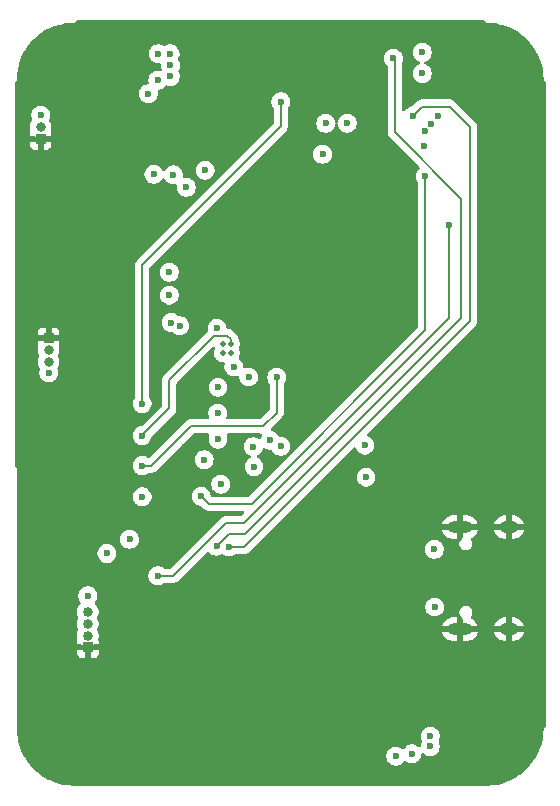
<source format=gbr>
%TF.GenerationSoftware,KiCad,Pcbnew,9.0.3*%
%TF.CreationDate,2025-12-03T23:50:38-08:00*%
%TF.ProjectId,AS 3,41532033-2e6b-4696-9361-645f70636258,V3*%
%TF.SameCoordinates,Original*%
%TF.FileFunction,Copper,L4,Bot*%
%TF.FilePolarity,Positive*%
%FSLAX46Y46*%
G04 Gerber Fmt 4.6, Leading zero omitted, Abs format (unit mm)*
G04 Created by KiCad (PCBNEW 9.0.3) date 2025-12-03 23:50:38*
%MOMM*%
%LPD*%
G01*
G04 APERTURE LIST*
%TA.AperFunction,HeatsinkPad*%
%ADD10C,0.450000*%
%TD*%
%TA.AperFunction,ComponentPad*%
%ADD11R,0.830000X0.830000*%
%TD*%
%TA.AperFunction,ComponentPad*%
%ADD12C,0.830000*%
%TD*%
%TA.AperFunction,HeatsinkPad*%
%ADD13O,1.600000X1.000000*%
%TD*%
%TA.AperFunction,HeatsinkPad*%
%ADD14O,2.100000X1.000000*%
%TD*%
%TA.AperFunction,ComponentPad*%
%ADD15C,3.600000*%
%TD*%
%TA.AperFunction,ConnectorPad*%
%ADD16C,5.600000*%
%TD*%
%TA.AperFunction,ComponentPad*%
%ADD17C,0.500000*%
%TD*%
%TA.AperFunction,ComponentPad*%
%ADD18R,0.840000X0.840000*%
%TD*%
%TA.AperFunction,ComponentPad*%
%ADD19C,0.840000*%
%TD*%
%TA.AperFunction,ViaPad*%
%ADD20C,0.500000*%
%TD*%
%TA.AperFunction,ViaPad*%
%ADD21C,0.600000*%
%TD*%
%TA.AperFunction,Conductor*%
%ADD22C,0.200000*%
%TD*%
G04 APERTURE END LIST*
D10*
%TO.P,U1,41,GND*%
%TO.N,GND*%
X75275000Y-106550000D03*
X75275000Y-105150000D03*
X74575000Y-107250000D03*
X74575000Y-105850000D03*
X74575000Y-104450000D03*
X73875000Y-106550000D03*
X73875000Y-105150000D03*
X73175000Y-107250000D03*
X73175000Y-105850000D03*
X73175000Y-104450000D03*
X72475000Y-106550000D03*
X72475000Y-105150000D03*
%TD*%
D11*
%TO.P,J5,1,Pin_1*%
%TO.N,GND*%
X52880000Y-76930000D03*
D12*
%TO.P,J5,2,Pin_2*%
%TO.N,/PX3_Signal*%
X52880000Y-77930000D03*
%TO.P,J5,3,Pin_3*%
%TO.N,+5VMUX*%
X52880000Y-78930000D03*
%TD*%
D13*
%TO.P,J3,S1,SHIELD*%
%TO.N,GND*%
X91860000Y-92910000D03*
D14*
X87680000Y-92910000D03*
D13*
X91860000Y-101550000D03*
D14*
X87680000Y-101550000D03*
%TD*%
D12*
%TO.P,J4,2,Pin_2*%
%TO.N,+12V*%
X52210000Y-59040000D03*
D11*
%TO.P,J4,1,Pin_1*%
%TO.N,GND*%
X52210000Y-60040000D03*
%TD*%
D15*
%TO.P,H3,1,1*%
%TO.N,GND*%
X90000000Y-110000000D03*
D16*
X90000000Y-110000000D03*
%TD*%
D17*
%TO.P,U6,1_1,OUT__1*%
%TO.N,+5VMUX*%
X67625000Y-78175000D03*
%TO.P,U6,2_1,IN2__1*%
%TO.N,+5VBus*%
X68325000Y-78175000D03*
%TO.P,U6,7_1,IN1__1*%
%TO.N,+5V*%
X68325000Y-77375000D03*
%TO.P,U6,8_1,OUT__3*%
%TO.N,+5VMUX*%
X67625000Y-77375000D03*
%TD*%
D18*
%TO.P,J2,1,Pin_1*%
%TO.N,GND*%
X56200000Y-103100000D03*
D19*
%TO.P,J2,2,Pin_2*%
%TO.N,/TXD0*%
X56200000Y-102100000D03*
%TO.P,J2,3,Pin_3*%
%TO.N,/RXD0*%
X56200000Y-101100000D03*
%TO.P,J2,4,Pin_4*%
%TO.N,+3.3V*%
X56200000Y-100100000D03*
%TD*%
D15*
%TO.P,H2,1,1*%
%TO.N,GND*%
X90000000Y-55000000D03*
D16*
X90000000Y-55000000D03*
%TD*%
D15*
%TO.P,H4,1,1*%
%TO.N,GND*%
X55000000Y-110000000D03*
D16*
X55000000Y-110000000D03*
%TD*%
D15*
%TO.P,H1,1,1*%
%TO.N,GND*%
X55000000Y-55000000D03*
D16*
X55000000Y-55000000D03*
%TD*%
D20*
%TO.N,GND*%
X52900000Y-76060000D03*
D21*
%TO.N,+5VMUX*%
X52900000Y-79830000D03*
%TO.N,+12V*%
X52220000Y-58020000D03*
%TO.N,GND*%
X52210000Y-60960000D03*
%TO.N,+12VA*%
X60800000Y-82450000D03*
%TO.N,GND*%
X54466250Y-82450000D03*
X54466250Y-85160000D03*
%TO.N,+5V*%
X60800000Y-85160000D03*
%TO.N,GND*%
X54466250Y-87700000D03*
%TO.N,+5VBus*%
X60800000Y-87700000D03*
%TO.N,GND*%
X54466250Y-90350000D03*
%TO.N,+5VMUX*%
X60800000Y-90350000D03*
%TO.N,GND*%
X54466250Y-92980000D03*
%TO.N,+3.3V*%
X59735000Y-93946250D03*
X57820000Y-95140000D03*
%TO.N,GND*%
X54610000Y-96040000D03*
X64162500Y-77762500D03*
X90230000Y-79360000D03*
X77500000Y-100000000D03*
X75000000Y-102500000D03*
X77500000Y-102500000D03*
X67500000Y-110000000D03*
X71000000Y-83100000D03*
X67500000Y-105000000D03*
X65300000Y-81125000D03*
X83800000Y-84600000D03*
X69050000Y-83000000D03*
D20*
X80360000Y-62150000D03*
D21*
X78125000Y-62264999D03*
X77400000Y-61650000D03*
X70000000Y-107500000D03*
X79650000Y-53800000D03*
X69610000Y-78140000D03*
X72500000Y-110000000D03*
X64470000Y-86160000D03*
X77500000Y-112500000D03*
X77500000Y-105000000D03*
X84360000Y-113860000D03*
X83800000Y-87380000D03*
X62875000Y-78500000D03*
X60875000Y-67150000D03*
X70000000Y-112500000D03*
X70330000Y-89390000D03*
X67500000Y-102500000D03*
X70000000Y-102500000D03*
X51820000Y-72410000D03*
X70000000Y-110000000D03*
X72225000Y-78375000D03*
X67500000Y-107500000D03*
X84630000Y-93480000D03*
X70000000Y-100000000D03*
X62400000Y-113600000D03*
X75000000Y-110000000D03*
X77500000Y-107500000D03*
X77400000Y-62975000D03*
X82680000Y-61710000D03*
X67500000Y-100000000D03*
X64370000Y-72410000D03*
X65175000Y-73300000D03*
X80020000Y-58700000D03*
X65325000Y-83275000D03*
X75000000Y-100000000D03*
X59410000Y-51520000D03*
X57800000Y-58125000D03*
X87865000Y-103210000D03*
X90250000Y-60550000D03*
X71350000Y-71725000D03*
X85825000Y-53800000D03*
X66537500Y-78987500D03*
X85340000Y-103510000D03*
X66200000Y-67525000D03*
X73375000Y-61350000D03*
X67200000Y-71925000D03*
X72500000Y-112500000D03*
X90220000Y-71325000D03*
X70000000Y-105000000D03*
X79110000Y-93860000D03*
X79075001Y-62264999D03*
X64150000Y-90980000D03*
X59410000Y-56160000D03*
X67500000Y-112500000D03*
X72500000Y-102500000D03*
X82530000Y-63250000D03*
X84050000Y-95875000D03*
X75000000Y-112500000D03*
X80000000Y-113625000D03*
X84525000Y-51150000D03*
X84075000Y-99575000D03*
X87975000Y-91225000D03*
X82950000Y-113925000D03*
X73400000Y-63875000D03*
X78375000Y-53800000D03*
X56200000Y-104060000D03*
D20*
X79825000Y-61900000D03*
D21*
X82620000Y-51870000D03*
X86080000Y-113880000D03*
X84200000Y-108170000D03*
X72500000Y-100000000D03*
X81610000Y-62090000D03*
X80675000Y-59500000D03*
X67025000Y-87475000D03*
X54700000Y-64175000D03*
X82250000Y-113600000D03*
X82500000Y-62450000D03*
X65325000Y-85475000D03*
X63250000Y-84730000D03*
X77425000Y-62275000D03*
X69300000Y-72200000D03*
X57750000Y-72075000D03*
X81590000Y-63630000D03*
X64750000Y-113625000D03*
X64925000Y-80250000D03*
X90240000Y-68580000D03*
X77500000Y-110000000D03*
%TO.N,+12V*%
X62130000Y-55080000D03*
X61330000Y-56210000D03*
X61800000Y-63050000D03*
X62170000Y-52830000D03*
X64540000Y-64150000D03*
X63200000Y-53820000D03*
X63170000Y-52830000D03*
X66130000Y-62690000D03*
X63440000Y-63090000D03*
X63190000Y-54760000D03*
%TO.N,+3.3V*%
X71630000Y-85550000D03*
X70225000Y-86100000D03*
X70275000Y-87800000D03*
X84520000Y-54500000D03*
X82275000Y-112305000D03*
X84520000Y-52725000D03*
X85190000Y-111480000D03*
X83640000Y-112110000D03*
X85850000Y-58110000D03*
X85275000Y-58800000D03*
X56200000Y-98725000D03*
X84710000Y-60625000D03*
X84720000Y-59375000D03*
X85210000Y-110630000D03*
X67450000Y-89275000D03*
X72530000Y-86060000D03*
%TO.N,/BOOT*%
X62125000Y-97025000D03*
X86825000Y-67300000D03*
%TO.N,/SDA*%
X82080000Y-53230000D03*
X67100000Y-94525000D03*
%TO.N,/SCL*%
X83700000Y-58100000D03*
X68150000Y-94600000D03*
%TO.N,+12VA*%
X76075000Y-61350000D03*
X78170000Y-58710000D03*
X76340000Y-58720000D03*
X72550000Y-56900000D03*
%TO.N,/PG*%
X84785000Y-63190000D03*
X65800000Y-90300000D03*
%TO.N,+5VBus*%
X72195000Y-80230000D03*
X85575000Y-99680000D03*
X69825000Y-80200000D03*
X68575000Y-79350000D03*
X85535000Y-94780000D03*
X79670000Y-85970000D03*
X79760000Y-88680000D03*
%TO.N,+5VMUX*%
X63110000Y-71330000D03*
X67200000Y-83270000D03*
X67139999Y-76090001D03*
X63250000Y-75590000D03*
X66075000Y-87200000D03*
X67225000Y-81080000D03*
X63970000Y-75860000D03*
X67225000Y-85475000D03*
X63110000Y-73270000D03*
%TD*%
D22*
%TO.N,+5VBus*%
X71050000Y-84375000D02*
X64915000Y-84375000D01*
X72195000Y-80230000D02*
X72195000Y-83230000D01*
X72195000Y-83230000D02*
X71050000Y-84375000D01*
X64915000Y-84375000D02*
X61590000Y-87700000D01*
X61590000Y-87700000D02*
X60800000Y-87700000D01*
%TO.N,+12VA*%
X60810000Y-70715000D02*
X60810000Y-82440000D01*
X72550000Y-58975000D02*
X60810000Y-70715000D01*
X72550000Y-56900000D02*
X72550000Y-58975000D01*
%TO.N,+5V*%
X60600000Y-85162500D02*
X60600000Y-85157500D01*
X68325000Y-77000000D02*
X68325000Y-77375000D01*
X66870000Y-76700000D02*
X68025000Y-76700000D01*
X68025000Y-76700000D02*
X68325000Y-77000000D01*
X63110000Y-80460000D02*
X66870000Y-76700000D01*
X60825000Y-85145000D02*
X63110000Y-82860000D01*
X63110000Y-82860000D02*
X63110000Y-80460000D01*
%TO.N,/BOOT*%
X67890000Y-92580000D02*
X69430000Y-92580000D01*
X86825000Y-75185000D02*
X86825000Y-67300000D01*
X69430000Y-92580000D02*
X86825000Y-75185000D01*
X63445000Y-97025000D02*
X67890000Y-92580000D01*
X62125000Y-97025000D02*
X63445000Y-97025000D01*
%TO.N,/SDA*%
X68125000Y-93475000D02*
X67100000Y-94500000D01*
X82080000Y-53230000D02*
X82200000Y-53350000D01*
X87800000Y-65100000D02*
X87800000Y-75200000D01*
X69525000Y-93475000D02*
X68125000Y-93475000D01*
X67100000Y-94500000D02*
X67100000Y-94525000D01*
X82200000Y-53350000D02*
X82200000Y-59500000D01*
X87800000Y-75200000D02*
X69525000Y-93475000D01*
X82200000Y-59500000D02*
X87800000Y-65100000D01*
%TO.N,/SCL*%
X68150000Y-94600000D02*
X69440000Y-94600000D01*
X88567696Y-59037760D02*
X86837353Y-57307417D01*
X88567696Y-75472304D02*
X88567696Y-59037760D01*
X69440000Y-94600000D02*
X88567696Y-75472304D01*
X84492583Y-57307417D02*
X83700000Y-58100000D01*
X86837353Y-57307417D02*
X84492583Y-57307417D01*
%TO.N,/PG*%
X70100000Y-90940000D02*
X84785000Y-76255000D01*
X66440000Y-90940000D02*
X70100000Y-90940000D01*
X65800000Y-90300000D02*
X66440000Y-90940000D01*
X84785000Y-76255000D02*
X84785000Y-63190000D01*
%TD*%
%TA.AperFunction,Conductor*%
%TO.N,GND*%
G36*
X89719305Y-50005631D02*
G01*
X89739284Y-50006345D01*
X89752145Y-50015274D01*
X89767165Y-50019685D01*
X89780254Y-50034790D01*
X89796677Y-50046193D01*
X89810887Y-50070143D01*
X89812920Y-50072489D01*
X89814687Y-50076547D01*
X89830024Y-50113574D01*
X89886426Y-50169976D01*
X89960118Y-50200500D01*
X89997294Y-50200500D01*
X90002702Y-50200617D01*
X90412917Y-50218528D01*
X90423654Y-50219468D01*
X90828057Y-50272708D01*
X90838695Y-50274583D01*
X91236925Y-50362869D01*
X91247365Y-50365667D01*
X91636363Y-50488317D01*
X91646524Y-50492015D01*
X92023363Y-50648108D01*
X92033155Y-50652674D01*
X92394965Y-50841020D01*
X92404305Y-50846413D01*
X92689636Y-51028189D01*
X92748309Y-51065568D01*
X92757170Y-51071772D01*
X93080766Y-51320076D01*
X93089053Y-51327030D01*
X93389767Y-51602583D01*
X93397416Y-51610232D01*
X93672969Y-51910946D01*
X93679923Y-51919233D01*
X93928227Y-52242829D01*
X93934431Y-52251690D01*
X93994403Y-52345827D01*
X94087209Y-52491503D01*
X94153578Y-52595680D01*
X94158983Y-52605042D01*
X94180385Y-52646153D01*
X94347322Y-52966838D01*
X94351894Y-52976642D01*
X94507983Y-53353473D01*
X94511683Y-53363639D01*
X94634331Y-53752630D01*
X94637131Y-53763078D01*
X94725414Y-54161296D01*
X94727292Y-54171950D01*
X94780529Y-54576326D01*
X94781472Y-54587102D01*
X94799382Y-54997297D01*
X94799500Y-55002706D01*
X94799500Y-55039882D01*
X94830024Y-55113574D01*
X94886426Y-55169976D01*
X94923453Y-55185313D01*
X94977855Y-55229152D01*
X94999921Y-55295446D01*
X95000000Y-55299873D01*
X95000000Y-109700126D01*
X94980315Y-109767165D01*
X94927511Y-109812920D01*
X94923453Y-109814687D01*
X94886425Y-109830024D01*
X94830024Y-109886425D01*
X94799500Y-109960116D01*
X94799500Y-109997293D01*
X94799382Y-110002702D01*
X94781472Y-110412897D01*
X94780529Y-110423673D01*
X94727292Y-110828049D01*
X94725414Y-110838703D01*
X94637131Y-111236921D01*
X94634331Y-111247369D01*
X94511683Y-111636360D01*
X94507983Y-111646526D01*
X94351894Y-112023357D01*
X94347322Y-112033161D01*
X94158987Y-112394951D01*
X94153578Y-112404319D01*
X93934431Y-112748309D01*
X93928227Y-112757170D01*
X93679923Y-113080766D01*
X93672969Y-113089053D01*
X93397416Y-113389767D01*
X93389767Y-113397416D01*
X93089053Y-113672969D01*
X93080766Y-113679923D01*
X92757170Y-113928227D01*
X92748309Y-113934431D01*
X92404319Y-114153578D01*
X92394951Y-114158987D01*
X92033161Y-114347322D01*
X92023357Y-114351894D01*
X91646526Y-114507983D01*
X91636360Y-114511683D01*
X91247369Y-114634331D01*
X91236921Y-114637131D01*
X90838703Y-114725414D01*
X90828049Y-114727292D01*
X90423673Y-114780529D01*
X90412897Y-114781472D01*
X90002703Y-114799382D01*
X89997294Y-114799500D01*
X55002706Y-114799500D01*
X54997297Y-114799382D01*
X54587102Y-114781472D01*
X54576326Y-114780529D01*
X54171950Y-114727292D01*
X54161296Y-114725414D01*
X53763078Y-114637131D01*
X53752630Y-114634331D01*
X53363639Y-114511683D01*
X53353473Y-114507983D01*
X52976642Y-114351894D01*
X52966838Y-114347322D01*
X52847126Y-114285004D01*
X52605042Y-114158983D01*
X52595686Y-114153582D01*
X52423685Y-114044004D01*
X52251690Y-113934431D01*
X52242829Y-113928227D01*
X51919233Y-113679923D01*
X51910946Y-113672969D01*
X51610232Y-113397416D01*
X51602583Y-113389767D01*
X51327030Y-113089053D01*
X51320076Y-113080766D01*
X51071772Y-112757170D01*
X51065568Y-112748309D01*
X51024716Y-112684185D01*
X50846413Y-112404305D01*
X50841020Y-112394965D01*
X50753142Y-112226153D01*
X81474500Y-112226153D01*
X81474500Y-112383846D01*
X81505261Y-112538489D01*
X81505264Y-112538501D01*
X81565602Y-112684172D01*
X81565609Y-112684185D01*
X81653210Y-112815288D01*
X81653213Y-112815292D01*
X81764707Y-112926786D01*
X81764711Y-112926789D01*
X81895814Y-113014390D01*
X81895827Y-113014397D01*
X82041498Y-113074735D01*
X82041503Y-113074737D01*
X82196153Y-113105499D01*
X82196156Y-113105500D01*
X82196158Y-113105500D01*
X82353844Y-113105500D01*
X82353845Y-113105499D01*
X82508497Y-113074737D01*
X82654179Y-113014394D01*
X82785289Y-112926789D01*
X82896789Y-112815289D01*
X82939587Y-112751237D01*
X82993197Y-112706434D01*
X83062522Y-112697726D01*
X83125550Y-112727880D01*
X83129436Y-112731563D01*
X83129711Y-112731789D01*
X83260814Y-112819390D01*
X83260827Y-112819397D01*
X83406498Y-112879735D01*
X83406503Y-112879737D01*
X83561153Y-112910499D01*
X83561156Y-112910500D01*
X83561158Y-112910500D01*
X83718844Y-112910500D01*
X83718845Y-112910499D01*
X83873497Y-112879737D01*
X84019179Y-112819394D01*
X84150289Y-112731789D01*
X84261789Y-112620289D01*
X84349394Y-112489179D01*
X84409737Y-112343497D01*
X84440500Y-112188842D01*
X84440500Y-112161941D01*
X84460185Y-112094902D01*
X84512989Y-112049147D01*
X84582147Y-112039203D01*
X84645703Y-112068228D01*
X84652181Y-112074260D01*
X84679707Y-112101786D01*
X84679711Y-112101789D01*
X84810814Y-112189390D01*
X84810827Y-112189397D01*
X84956498Y-112249735D01*
X84956503Y-112249737D01*
X85095186Y-112277323D01*
X85111153Y-112280499D01*
X85111156Y-112280500D01*
X85111158Y-112280500D01*
X85268844Y-112280500D01*
X85268845Y-112280499D01*
X85423497Y-112249737D01*
X85569179Y-112189394D01*
X85700289Y-112101789D01*
X85811789Y-111990289D01*
X85899394Y-111859179D01*
X85959737Y-111713497D01*
X85990500Y-111558842D01*
X85990500Y-111401158D01*
X85990500Y-111401155D01*
X85990499Y-111401153D01*
X85959738Y-111246510D01*
X85959737Y-111246503D01*
X85908977Y-111123958D01*
X85901509Y-111054490D01*
X85917444Y-111015037D01*
X85916525Y-111014546D01*
X85919390Y-111009184D01*
X85919394Y-111009179D01*
X85979737Y-110863497D01*
X86010500Y-110708842D01*
X86010500Y-110551158D01*
X86010500Y-110551155D01*
X86010499Y-110551153D01*
X85985141Y-110423673D01*
X85979737Y-110396503D01*
X85979735Y-110396498D01*
X85919397Y-110250827D01*
X85919390Y-110250814D01*
X85831789Y-110119711D01*
X85831786Y-110119707D01*
X85720292Y-110008213D01*
X85720288Y-110008210D01*
X85589185Y-109920609D01*
X85589172Y-109920602D01*
X85443501Y-109860264D01*
X85443489Y-109860261D01*
X85288845Y-109829500D01*
X85288842Y-109829500D01*
X85131158Y-109829500D01*
X85131155Y-109829500D01*
X84976510Y-109860261D01*
X84976498Y-109860264D01*
X84830827Y-109920602D01*
X84830814Y-109920609D01*
X84699711Y-110008210D01*
X84699707Y-110008213D01*
X84588213Y-110119707D01*
X84588210Y-110119711D01*
X84500609Y-110250814D01*
X84500602Y-110250827D01*
X84440264Y-110396498D01*
X84440261Y-110396510D01*
X84409500Y-110551153D01*
X84409500Y-110708846D01*
X84440261Y-110863489D01*
X84440264Y-110863501D01*
X84491021Y-110986040D01*
X84498490Y-111055509D01*
X84482562Y-111094963D01*
X84483476Y-111095452D01*
X84480604Y-111100823D01*
X84420264Y-111246498D01*
X84420261Y-111246510D01*
X84389500Y-111401153D01*
X84389500Y-111428059D01*
X84369815Y-111495098D01*
X84317011Y-111540853D01*
X84247853Y-111550797D01*
X84184297Y-111521772D01*
X84177819Y-111515740D01*
X84150292Y-111488213D01*
X84150288Y-111488210D01*
X84019185Y-111400609D01*
X84019172Y-111400602D01*
X83873501Y-111340264D01*
X83873489Y-111340261D01*
X83718845Y-111309500D01*
X83718842Y-111309500D01*
X83561158Y-111309500D01*
X83561155Y-111309500D01*
X83406510Y-111340261D01*
X83406498Y-111340264D01*
X83260827Y-111400602D01*
X83260814Y-111400609D01*
X83129711Y-111488210D01*
X83129707Y-111488213D01*
X83018213Y-111599707D01*
X82975413Y-111663762D01*
X82921800Y-111708566D01*
X82852475Y-111717273D01*
X82789448Y-111687118D01*
X82785564Y-111683436D01*
X82785288Y-111683210D01*
X82654185Y-111595609D01*
X82654172Y-111595602D01*
X82508501Y-111535264D01*
X82508489Y-111535261D01*
X82353845Y-111504500D01*
X82353842Y-111504500D01*
X82196158Y-111504500D01*
X82196155Y-111504500D01*
X82041510Y-111535261D01*
X82041498Y-111535264D01*
X81895827Y-111595602D01*
X81895814Y-111595609D01*
X81764711Y-111683210D01*
X81764707Y-111683213D01*
X81653213Y-111794707D01*
X81653210Y-111794711D01*
X81565609Y-111925814D01*
X81565602Y-111925827D01*
X81505264Y-112071498D01*
X81505261Y-112071510D01*
X81474500Y-112226153D01*
X50753142Y-112226153D01*
X50652674Y-112033155D01*
X50648105Y-112023357D01*
X50645127Y-112016168D01*
X50492015Y-111646524D01*
X50488316Y-111636360D01*
X50476759Y-111599707D01*
X50365667Y-111247365D01*
X50362868Y-111236921D01*
X50332696Y-111100823D01*
X50274583Y-110838695D01*
X50272707Y-110828049D01*
X50257014Y-110708846D01*
X50219468Y-110423654D01*
X50218528Y-110412917D01*
X50200618Y-110002702D01*
X50200500Y-109997293D01*
X50200500Y-103567844D01*
X55280000Y-103567844D01*
X55286401Y-103627372D01*
X55286403Y-103627379D01*
X55336645Y-103762086D01*
X55336649Y-103762093D01*
X55422809Y-103877187D01*
X55422812Y-103877190D01*
X55537906Y-103963350D01*
X55537913Y-103963354D01*
X55672620Y-104013596D01*
X55672627Y-104013598D01*
X55732155Y-104019999D01*
X55732172Y-104020000D01*
X55950000Y-104020000D01*
X56450000Y-104020000D01*
X56667828Y-104020000D01*
X56667844Y-104019999D01*
X56727372Y-104013598D01*
X56727379Y-104013596D01*
X56862086Y-103963354D01*
X56862093Y-103963350D01*
X56977187Y-103877190D01*
X56977190Y-103877187D01*
X57063350Y-103762093D01*
X57063354Y-103762086D01*
X57113596Y-103627379D01*
X57113598Y-103627372D01*
X57119999Y-103567844D01*
X57120000Y-103567827D01*
X57120000Y-103350000D01*
X56450000Y-103350000D01*
X56450000Y-104020000D01*
X55950000Y-104020000D01*
X55950000Y-103350000D01*
X55280000Y-103350000D01*
X55280000Y-103567844D01*
X50200500Y-103567844D01*
X50200500Y-100009334D01*
X55279500Y-100009334D01*
X55279500Y-100190665D01*
X55314872Y-100368492D01*
X55314874Y-100368500D01*
X55384261Y-100536017D01*
X55387136Y-100541395D01*
X55384705Y-100542694D01*
X55401866Y-100598289D01*
X55385326Y-100657637D01*
X55387136Y-100658605D01*
X55384261Y-100663982D01*
X55314874Y-100831499D01*
X55314872Y-100831507D01*
X55279500Y-101009334D01*
X55279500Y-101190665D01*
X55314872Y-101368492D01*
X55314874Y-101368500D01*
X55384261Y-101536017D01*
X55387136Y-101541395D01*
X55384705Y-101542694D01*
X55401866Y-101598289D01*
X55385326Y-101657637D01*
X55387136Y-101658605D01*
X55384261Y-101663982D01*
X55314874Y-101831499D01*
X55314872Y-101831507D01*
X55279500Y-102009334D01*
X55279500Y-102190665D01*
X55314871Y-102368492D01*
X55314873Y-102368496D01*
X55314874Y-102368500D01*
X55314876Y-102368504D01*
X55321284Y-102383975D01*
X55328750Y-102453445D01*
X55322903Y-102474756D01*
X55286403Y-102572616D01*
X55286401Y-102572627D01*
X55280000Y-102632155D01*
X55280000Y-102850000D01*
X55627983Y-102850000D01*
X55695022Y-102869685D01*
X55696812Y-102870856D01*
X55763980Y-102915737D01*
X55931500Y-102985126D01*
X55973521Y-102993484D01*
X55950000Y-103050272D01*
X55950000Y-103149728D01*
X55988060Y-103241614D01*
X56058386Y-103311940D01*
X56150272Y-103350000D01*
X56249728Y-103350000D01*
X56341614Y-103311940D01*
X56411940Y-103241614D01*
X56450000Y-103149728D01*
X56450000Y-103050272D01*
X56426478Y-102993484D01*
X56468500Y-102985126D01*
X56636020Y-102915737D01*
X56703127Y-102870897D01*
X56769803Y-102850020D01*
X56772017Y-102850000D01*
X57120000Y-102850000D01*
X57120000Y-102632172D01*
X57119999Y-102632155D01*
X57113598Y-102572627D01*
X57113597Y-102572623D01*
X57077096Y-102474759D01*
X57072112Y-102405067D01*
X57078718Y-102383970D01*
X57085124Y-102368504D01*
X57085126Y-102368500D01*
X57120500Y-102190661D01*
X57120500Y-102009339D01*
X57085126Y-101831500D01*
X57015737Y-101663980D01*
X57012467Y-101659086D01*
X57007884Y-101648231D01*
X57005201Y-101624782D01*
X56998141Y-101602269D01*
X57001304Y-101590716D01*
X56999943Y-101578814D01*
X57010362Y-101557639D01*
X57014564Y-101542294D01*
X57012868Y-101541387D01*
X57015734Y-101536023D01*
X57015737Y-101536020D01*
X57085126Y-101368500D01*
X57090586Y-101341049D01*
X57096934Y-101309140D01*
X57098752Y-101300000D01*
X86160138Y-101300000D01*
X86963012Y-101300000D01*
X86945795Y-101309940D01*
X86889940Y-101365795D01*
X86850444Y-101434204D01*
X86830000Y-101510504D01*
X86830000Y-101589496D01*
X86850444Y-101665796D01*
X86889940Y-101734205D01*
X86945795Y-101790060D01*
X86963012Y-101800000D01*
X86160138Y-101800000D01*
X86168430Y-101841690D01*
X86168430Y-101841692D01*
X86243807Y-102023671D01*
X86243814Y-102023684D01*
X86353248Y-102187462D01*
X86353251Y-102187466D01*
X86492533Y-102326748D01*
X86492537Y-102326751D01*
X86656315Y-102436185D01*
X86656328Y-102436192D01*
X86838306Y-102511569D01*
X86838318Y-102511572D01*
X87031504Y-102549999D01*
X87031508Y-102550000D01*
X87430000Y-102550000D01*
X87430000Y-101850000D01*
X87930000Y-101850000D01*
X87930000Y-102550000D01*
X88328492Y-102550000D01*
X88328495Y-102549999D01*
X88521681Y-102511572D01*
X88521693Y-102511569D01*
X88703671Y-102436192D01*
X88703684Y-102436185D01*
X88867462Y-102326751D01*
X88867466Y-102326748D01*
X89006748Y-102187466D01*
X89006751Y-102187462D01*
X89116185Y-102023684D01*
X89116192Y-102023671D01*
X89191569Y-101841692D01*
X89191569Y-101841690D01*
X89199862Y-101800000D01*
X88396988Y-101800000D01*
X88414205Y-101790060D01*
X88470060Y-101734205D01*
X88509556Y-101665796D01*
X88530000Y-101589496D01*
X88530000Y-101510504D01*
X88509556Y-101434204D01*
X88470060Y-101365795D01*
X88414205Y-101309940D01*
X88396988Y-101300000D01*
X89199862Y-101300000D01*
X90590138Y-101300000D01*
X91393012Y-101300000D01*
X91375795Y-101309940D01*
X91319940Y-101365795D01*
X91280444Y-101434204D01*
X91260000Y-101510504D01*
X91260000Y-101589496D01*
X91280444Y-101665796D01*
X91319940Y-101734205D01*
X91375795Y-101790060D01*
X91393012Y-101800000D01*
X90590138Y-101800000D01*
X90598430Y-101841690D01*
X90598430Y-101841692D01*
X90673807Y-102023671D01*
X90673814Y-102023684D01*
X90783248Y-102187462D01*
X90783251Y-102187466D01*
X90922533Y-102326748D01*
X90922537Y-102326751D01*
X91086315Y-102436185D01*
X91086328Y-102436192D01*
X91268306Y-102511569D01*
X91268318Y-102511572D01*
X91461504Y-102549999D01*
X91461508Y-102550000D01*
X91610000Y-102550000D01*
X91610000Y-101850000D01*
X92110000Y-101850000D01*
X92110000Y-102550000D01*
X92258492Y-102550000D01*
X92258495Y-102549999D01*
X92451681Y-102511572D01*
X92451693Y-102511569D01*
X92633671Y-102436192D01*
X92633684Y-102436185D01*
X92797462Y-102326751D01*
X92797466Y-102326748D01*
X92936748Y-102187466D01*
X92936751Y-102187462D01*
X93046185Y-102023684D01*
X93046192Y-102023671D01*
X93121569Y-101841692D01*
X93121569Y-101841690D01*
X93129862Y-101800000D01*
X92326988Y-101800000D01*
X92344205Y-101790060D01*
X92400060Y-101734205D01*
X92439556Y-101665796D01*
X92460000Y-101589496D01*
X92460000Y-101510504D01*
X92439556Y-101434204D01*
X92400060Y-101365795D01*
X92344205Y-101309940D01*
X92326988Y-101300000D01*
X93129862Y-101300000D01*
X93121569Y-101258309D01*
X93121569Y-101258307D01*
X93046192Y-101076328D01*
X93046185Y-101076315D01*
X92936751Y-100912537D01*
X92936748Y-100912533D01*
X92797466Y-100773251D01*
X92797462Y-100773248D01*
X92633684Y-100663814D01*
X92633671Y-100663807D01*
X92451693Y-100588430D01*
X92451681Y-100588427D01*
X92258495Y-100550000D01*
X92110000Y-100550000D01*
X92110000Y-101250000D01*
X91610000Y-101250000D01*
X91610000Y-100550000D01*
X91461504Y-100550000D01*
X91268318Y-100588427D01*
X91268306Y-100588430D01*
X91086328Y-100663807D01*
X91086315Y-100663814D01*
X90922537Y-100773248D01*
X90922533Y-100773251D01*
X90783251Y-100912533D01*
X90783248Y-100912537D01*
X90673814Y-101076315D01*
X90673807Y-101076328D01*
X90598430Y-101258307D01*
X90598430Y-101258309D01*
X90590138Y-101300000D01*
X89199862Y-101300000D01*
X89191569Y-101258309D01*
X89191569Y-101258307D01*
X89116192Y-101076328D01*
X89116185Y-101076315D01*
X89006751Y-100912537D01*
X89006748Y-100912533D01*
X88867466Y-100773251D01*
X88867462Y-100773248D01*
X88703684Y-100663814D01*
X88703672Y-100663808D01*
X88692012Y-100658978D01*
X88637609Y-100615136D01*
X88615546Y-100548841D01*
X88632827Y-100481142D01*
X88645703Y-100464569D01*
X88645562Y-100464461D01*
X88650504Y-100458019D01*
X88650509Y-100458015D01*
X88722984Y-100332485D01*
X88760500Y-100192475D01*
X88760500Y-100047525D01*
X88722984Y-99907515D01*
X88650509Y-99781985D01*
X88548015Y-99679491D01*
X88548013Y-99679490D01*
X88548011Y-99679488D01*
X88422488Y-99607017D01*
X88422489Y-99607017D01*
X88400623Y-99601158D01*
X88282475Y-99569500D01*
X88137525Y-99569500D01*
X88019377Y-99601158D01*
X87997511Y-99607017D01*
X87871988Y-99679488D01*
X87871982Y-99679493D01*
X87769493Y-99781982D01*
X87769488Y-99781988D01*
X87697017Y-99907511D01*
X87697016Y-99907515D01*
X87659500Y-100047525D01*
X87659500Y-100192475D01*
X87688790Y-100301786D01*
X87697017Y-100332488D01*
X87769488Y-100458011D01*
X87769490Y-100458013D01*
X87769491Y-100458015D01*
X87871985Y-100560509D01*
X87871988Y-100560511D01*
X87878434Y-100565457D01*
X87876862Y-100567504D01*
X87916212Y-100608769D01*
X87930000Y-100665595D01*
X87930000Y-101250000D01*
X87430000Y-101250000D01*
X87430000Y-100550000D01*
X87031504Y-100550000D01*
X86838318Y-100588427D01*
X86838306Y-100588430D01*
X86656328Y-100663807D01*
X86656315Y-100663814D01*
X86492537Y-100773248D01*
X86492533Y-100773251D01*
X86353251Y-100912533D01*
X86353248Y-100912537D01*
X86243814Y-101076315D01*
X86243807Y-101076328D01*
X86168430Y-101258307D01*
X86168430Y-101258309D01*
X86160138Y-101300000D01*
X57098752Y-101300000D01*
X57120499Y-101190665D01*
X57120500Y-101190662D01*
X57120500Y-101009338D01*
X57120499Y-101009334D01*
X57085127Y-100831507D01*
X57085126Y-100831500D01*
X57015737Y-100663980D01*
X57012868Y-100658613D01*
X57015388Y-100657265D01*
X56998141Y-100602269D01*
X57014564Y-100542294D01*
X57012868Y-100541387D01*
X57015734Y-100536023D01*
X57015737Y-100536020D01*
X57085126Y-100368500D01*
X57120500Y-100190661D01*
X57120500Y-100009339D01*
X57085126Y-99831500D01*
X57015737Y-99663980D01*
X57015736Y-99663979D01*
X57015733Y-99663973D01*
X57015725Y-99663961D01*
X57015724Y-99663959D01*
X57015722Y-99663957D01*
X56973758Y-99601153D01*
X84774500Y-99601153D01*
X84774500Y-99758846D01*
X84805261Y-99913489D01*
X84805264Y-99913501D01*
X84865602Y-100059172D01*
X84865609Y-100059185D01*
X84953210Y-100190288D01*
X84953213Y-100190292D01*
X85064707Y-100301786D01*
X85064711Y-100301789D01*
X85195814Y-100389390D01*
X85195827Y-100389397D01*
X85341498Y-100449735D01*
X85341503Y-100449737D01*
X85496153Y-100480499D01*
X85496156Y-100480500D01*
X85496158Y-100480500D01*
X85653844Y-100480500D01*
X85653845Y-100480499D01*
X85808497Y-100449737D01*
X85954179Y-100389394D01*
X86085289Y-100301789D01*
X86196789Y-100190289D01*
X86284394Y-100059179D01*
X86284397Y-100059172D01*
X86312243Y-99991946D01*
X86344735Y-99913501D01*
X86344737Y-99913497D01*
X86375500Y-99758842D01*
X86375500Y-99601158D01*
X86375500Y-99601155D01*
X86375499Y-99601153D01*
X86344738Y-99446510D01*
X86344737Y-99446503D01*
X86284585Y-99301281D01*
X86284397Y-99300827D01*
X86284390Y-99300814D01*
X86196789Y-99169711D01*
X86196786Y-99169707D01*
X86085292Y-99058213D01*
X86085288Y-99058210D01*
X85954185Y-98970609D01*
X85954172Y-98970602D01*
X85808501Y-98910264D01*
X85808489Y-98910261D01*
X85653845Y-98879500D01*
X85653842Y-98879500D01*
X85496158Y-98879500D01*
X85496155Y-98879500D01*
X85341510Y-98910261D01*
X85341498Y-98910264D01*
X85195827Y-98970602D01*
X85195814Y-98970609D01*
X85064711Y-99058210D01*
X85064707Y-99058213D01*
X84953213Y-99169707D01*
X84953210Y-99169711D01*
X84865609Y-99300814D01*
X84865602Y-99300827D01*
X84805264Y-99446498D01*
X84805261Y-99446510D01*
X84774500Y-99601153D01*
X56973758Y-99601153D01*
X56914999Y-99513215D01*
X56914996Y-99513211D01*
X56817112Y-99415327D01*
X56783627Y-99354004D01*
X56788611Y-99284312D01*
X56817115Y-99239962D01*
X56821789Y-99235289D01*
X56909394Y-99104179D01*
X56969737Y-98958497D01*
X57000500Y-98803842D01*
X57000500Y-98646158D01*
X57000500Y-98646155D01*
X57000499Y-98646153D01*
X56969738Y-98491510D01*
X56969737Y-98491503D01*
X56969735Y-98491498D01*
X56909397Y-98345827D01*
X56909390Y-98345814D01*
X56821789Y-98214711D01*
X56821786Y-98214707D01*
X56710292Y-98103213D01*
X56710288Y-98103210D01*
X56579185Y-98015609D01*
X56579172Y-98015602D01*
X56433501Y-97955264D01*
X56433489Y-97955261D01*
X56278845Y-97924500D01*
X56278842Y-97924500D01*
X56121158Y-97924500D01*
X56121155Y-97924500D01*
X55966510Y-97955261D01*
X55966498Y-97955264D01*
X55820827Y-98015602D01*
X55820814Y-98015609D01*
X55689711Y-98103210D01*
X55689707Y-98103213D01*
X55578213Y-98214707D01*
X55578210Y-98214711D01*
X55490609Y-98345814D01*
X55490602Y-98345827D01*
X55430264Y-98491498D01*
X55430261Y-98491510D01*
X55399500Y-98646153D01*
X55399500Y-98803846D01*
X55430261Y-98958489D01*
X55430264Y-98958501D01*
X55490602Y-99104172D01*
X55490609Y-99104185D01*
X55578210Y-99235288D01*
X55578211Y-99235290D01*
X55582882Y-99239960D01*
X55616371Y-99301281D01*
X55611390Y-99370973D01*
X55582888Y-99415327D01*
X55485000Y-99513215D01*
X55384266Y-99663973D01*
X55384261Y-99663982D01*
X55314874Y-99831499D01*
X55314872Y-99831507D01*
X55279500Y-100009334D01*
X50200500Y-100009334D01*
X50200500Y-96946153D01*
X61324500Y-96946153D01*
X61324500Y-97103846D01*
X61355261Y-97258489D01*
X61355264Y-97258501D01*
X61415602Y-97404172D01*
X61415609Y-97404185D01*
X61503210Y-97535288D01*
X61503213Y-97535292D01*
X61614707Y-97646786D01*
X61614711Y-97646789D01*
X61745814Y-97734390D01*
X61745827Y-97734397D01*
X61891498Y-97794735D01*
X61891503Y-97794737D01*
X62046153Y-97825499D01*
X62046156Y-97825500D01*
X62046158Y-97825500D01*
X62203844Y-97825500D01*
X62203845Y-97825499D01*
X62358497Y-97794737D01*
X62504179Y-97734394D01*
X62504185Y-97734390D01*
X62635875Y-97646398D01*
X62702553Y-97625520D01*
X62704766Y-97625500D01*
X63358331Y-97625500D01*
X63358347Y-97625501D01*
X63365943Y-97625501D01*
X63524054Y-97625501D01*
X63524057Y-97625501D01*
X63676785Y-97584577D01*
X63726904Y-97555639D01*
X63813716Y-97505520D01*
X63925520Y-97393716D01*
X63925520Y-97393714D01*
X63935728Y-97383507D01*
X63935730Y-97383504D01*
X66293905Y-95025328D01*
X66355226Y-94991845D01*
X66424918Y-94996829D01*
X66473412Y-95031472D01*
X66473903Y-95030982D01*
X66476849Y-95033928D01*
X66477441Y-95034351D01*
X66478214Y-95035293D01*
X66589707Y-95146786D01*
X66589711Y-95146789D01*
X66720814Y-95234390D01*
X66720827Y-95234397D01*
X66866498Y-95294735D01*
X66866503Y-95294737D01*
X67021153Y-95325499D01*
X67021156Y-95325500D01*
X67021158Y-95325500D01*
X67178844Y-95325500D01*
X67178845Y-95325499D01*
X67333497Y-95294737D01*
X67479179Y-95234394D01*
X67499984Y-95220491D01*
X67566658Y-95199612D01*
X67634038Y-95218094D01*
X67637767Y-95220490D01*
X67770814Y-95309390D01*
X67770827Y-95309397D01*
X67916498Y-95369735D01*
X67916503Y-95369737D01*
X68071153Y-95400499D01*
X68071156Y-95400500D01*
X68071158Y-95400500D01*
X68228844Y-95400500D01*
X68228845Y-95400499D01*
X68383497Y-95369737D01*
X68529179Y-95309394D01*
X68557773Y-95290288D01*
X68660875Y-95221398D01*
X68727553Y-95200520D01*
X68729766Y-95200500D01*
X69353331Y-95200500D01*
X69353347Y-95200501D01*
X69360943Y-95200501D01*
X69519054Y-95200501D01*
X69519057Y-95200501D01*
X69671785Y-95159577D01*
X69721904Y-95130639D01*
X69808716Y-95080520D01*
X69920520Y-94968716D01*
X69920520Y-94968714D01*
X69930728Y-94958507D01*
X69930729Y-94958504D01*
X70188080Y-94701153D01*
X84734500Y-94701153D01*
X84734500Y-94858846D01*
X84765261Y-95013489D01*
X84765264Y-95013501D01*
X84825602Y-95159172D01*
X84825609Y-95159185D01*
X84913210Y-95290288D01*
X84913213Y-95290292D01*
X85024707Y-95401786D01*
X85024711Y-95401789D01*
X85155814Y-95489390D01*
X85155827Y-95489397D01*
X85227743Y-95519185D01*
X85301503Y-95549737D01*
X85456153Y-95580499D01*
X85456156Y-95580500D01*
X85456158Y-95580500D01*
X85613844Y-95580500D01*
X85613845Y-95580499D01*
X85768497Y-95549737D01*
X85914179Y-95489394D01*
X86045289Y-95401789D01*
X86156789Y-95290289D01*
X86244394Y-95159179D01*
X86304737Y-95013497D01*
X86335500Y-94858842D01*
X86335500Y-94701158D01*
X86335500Y-94701155D01*
X86335499Y-94701153D01*
X86330897Y-94678017D01*
X86304737Y-94546503D01*
X86293018Y-94518210D01*
X86244397Y-94400827D01*
X86244390Y-94400814D01*
X86195930Y-94328289D01*
X86156789Y-94269711D01*
X86156786Y-94269707D01*
X86045292Y-94158213D01*
X86045288Y-94158210D01*
X85914185Y-94070609D01*
X85914172Y-94070602D01*
X85768501Y-94010264D01*
X85768489Y-94010261D01*
X85613845Y-93979500D01*
X85613842Y-93979500D01*
X85456158Y-93979500D01*
X85456155Y-93979500D01*
X85301510Y-94010261D01*
X85301498Y-94010264D01*
X85155827Y-94070602D01*
X85155814Y-94070609D01*
X85024711Y-94158210D01*
X85024707Y-94158213D01*
X84913213Y-94269707D01*
X84913210Y-94269711D01*
X84825609Y-94400814D01*
X84825602Y-94400827D01*
X84765264Y-94546498D01*
X84765261Y-94546510D01*
X84734500Y-94701153D01*
X70188080Y-94701153D01*
X72229233Y-92660000D01*
X86160138Y-92660000D01*
X86963012Y-92660000D01*
X86945795Y-92669940D01*
X86889940Y-92725795D01*
X86850444Y-92794204D01*
X86830000Y-92870504D01*
X86830000Y-92949496D01*
X86850444Y-93025796D01*
X86889940Y-93094205D01*
X86945795Y-93150060D01*
X86963012Y-93160000D01*
X86160138Y-93160000D01*
X86168430Y-93201690D01*
X86168430Y-93201692D01*
X86243807Y-93383671D01*
X86243814Y-93383684D01*
X86353248Y-93547462D01*
X86353251Y-93547466D01*
X86492533Y-93686748D01*
X86492537Y-93686751D01*
X86656315Y-93796185D01*
X86656328Y-93796192D01*
X86838306Y-93871569D01*
X86838318Y-93871572D01*
X87031504Y-93909999D01*
X87031508Y-93910000D01*
X87430000Y-93910000D01*
X87430000Y-93210000D01*
X87930000Y-93210000D01*
X87930000Y-93794404D01*
X87910315Y-93861443D01*
X87877237Y-93892984D01*
X87878433Y-93894543D01*
X87871985Y-93899490D01*
X87769490Y-94001986D01*
X87769488Y-94001988D01*
X87697017Y-94127511D01*
X87697016Y-94127515D01*
X87659500Y-94267525D01*
X87659500Y-94412475D01*
X87687833Y-94518213D01*
X87697017Y-94552488D01*
X87769488Y-94678011D01*
X87769490Y-94678013D01*
X87769491Y-94678015D01*
X87871985Y-94780509D01*
X87871986Y-94780510D01*
X87871988Y-94780511D01*
X87997511Y-94852982D01*
X87997512Y-94852982D01*
X87997515Y-94852984D01*
X88137525Y-94890500D01*
X88137528Y-94890500D01*
X88282472Y-94890500D01*
X88282475Y-94890500D01*
X88422485Y-94852984D01*
X88548015Y-94780509D01*
X88650509Y-94678015D01*
X88722984Y-94552485D01*
X88760500Y-94412475D01*
X88760500Y-94267525D01*
X88722984Y-94127515D01*
X88690127Y-94070606D01*
X88650511Y-94001988D01*
X88650509Y-94001986D01*
X88650509Y-94001985D01*
X88650507Y-94001983D01*
X88645562Y-93995539D01*
X88646976Y-93994453D01*
X88618301Y-93941939D01*
X88623285Y-93872247D01*
X88665157Y-93816314D01*
X88692018Y-93801019D01*
X88703671Y-93796192D01*
X88703684Y-93796185D01*
X88867462Y-93686751D01*
X88867466Y-93686748D01*
X89006748Y-93547466D01*
X89006751Y-93547462D01*
X89116185Y-93383684D01*
X89116192Y-93383671D01*
X89191569Y-93201692D01*
X89191569Y-93201690D01*
X89199862Y-93160000D01*
X88396988Y-93160000D01*
X88414205Y-93150060D01*
X88470060Y-93094205D01*
X88509556Y-93025796D01*
X88530000Y-92949496D01*
X88530000Y-92870504D01*
X88509556Y-92794204D01*
X88470060Y-92725795D01*
X88414205Y-92669940D01*
X88396988Y-92660000D01*
X89199862Y-92660000D01*
X90590138Y-92660000D01*
X91393012Y-92660000D01*
X91375795Y-92669940D01*
X91319940Y-92725795D01*
X91280444Y-92794204D01*
X91260000Y-92870504D01*
X91260000Y-92949496D01*
X91280444Y-93025796D01*
X91319940Y-93094205D01*
X91375795Y-93150060D01*
X91393012Y-93160000D01*
X90590138Y-93160000D01*
X90598430Y-93201690D01*
X90598430Y-93201692D01*
X90673807Y-93383671D01*
X90673814Y-93383684D01*
X90783248Y-93547462D01*
X90783251Y-93547466D01*
X90922533Y-93686748D01*
X90922537Y-93686751D01*
X91086315Y-93796185D01*
X91086328Y-93796192D01*
X91268306Y-93871569D01*
X91268318Y-93871572D01*
X91461504Y-93909999D01*
X91461508Y-93910000D01*
X91610000Y-93910000D01*
X91610000Y-93210000D01*
X92110000Y-93210000D01*
X92110000Y-93910000D01*
X92258492Y-93910000D01*
X92258495Y-93909999D01*
X92451681Y-93871572D01*
X92451693Y-93871569D01*
X92633671Y-93796192D01*
X92633684Y-93796185D01*
X92797462Y-93686751D01*
X92797466Y-93686748D01*
X92936748Y-93547466D01*
X92936751Y-93547462D01*
X93046185Y-93383684D01*
X93046192Y-93383671D01*
X93121569Y-93201692D01*
X93121569Y-93201690D01*
X93129862Y-93160000D01*
X92326988Y-93160000D01*
X92344205Y-93150060D01*
X92400060Y-93094205D01*
X92439556Y-93025796D01*
X92460000Y-92949496D01*
X92460000Y-92870504D01*
X92439556Y-92794204D01*
X92400060Y-92725795D01*
X92344205Y-92669940D01*
X92326988Y-92660000D01*
X93129862Y-92660000D01*
X93121569Y-92618309D01*
X93121569Y-92618307D01*
X93046192Y-92436328D01*
X93046185Y-92436315D01*
X92936751Y-92272537D01*
X92936748Y-92272533D01*
X92797466Y-92133251D01*
X92797462Y-92133248D01*
X92633684Y-92023814D01*
X92633671Y-92023807D01*
X92451693Y-91948430D01*
X92451681Y-91948427D01*
X92258495Y-91910000D01*
X92110000Y-91910000D01*
X92110000Y-92610000D01*
X91610000Y-92610000D01*
X91610000Y-91910000D01*
X91461504Y-91910000D01*
X91268318Y-91948427D01*
X91268306Y-91948430D01*
X91086328Y-92023807D01*
X91086315Y-92023814D01*
X90922537Y-92133248D01*
X90922533Y-92133251D01*
X90783251Y-92272533D01*
X90783248Y-92272537D01*
X90673814Y-92436315D01*
X90673807Y-92436328D01*
X90598430Y-92618307D01*
X90598430Y-92618309D01*
X90590138Y-92660000D01*
X89199862Y-92660000D01*
X89191569Y-92618309D01*
X89191569Y-92618307D01*
X89116192Y-92436328D01*
X89116185Y-92436315D01*
X89006751Y-92272537D01*
X89006748Y-92272533D01*
X88867466Y-92133251D01*
X88867462Y-92133248D01*
X88703684Y-92023814D01*
X88703671Y-92023807D01*
X88521693Y-91948430D01*
X88521681Y-91948427D01*
X88328495Y-91910000D01*
X87930000Y-91910000D01*
X87930000Y-92610000D01*
X87430000Y-92610000D01*
X87430000Y-91910000D01*
X87031504Y-91910000D01*
X86838318Y-91948427D01*
X86838306Y-91948430D01*
X86656328Y-92023807D01*
X86656315Y-92023814D01*
X86492537Y-92133248D01*
X86492533Y-92133251D01*
X86353251Y-92272533D01*
X86353248Y-92272537D01*
X86243814Y-92436315D01*
X86243807Y-92436328D01*
X86168430Y-92618307D01*
X86168430Y-92618309D01*
X86160138Y-92660000D01*
X72229233Y-92660000D01*
X76288081Y-88601153D01*
X78959500Y-88601153D01*
X78959500Y-88758846D01*
X78990261Y-88913489D01*
X78990264Y-88913501D01*
X79050602Y-89059172D01*
X79050609Y-89059185D01*
X79138210Y-89190288D01*
X79138213Y-89190292D01*
X79249707Y-89301786D01*
X79249711Y-89301789D01*
X79380814Y-89389390D01*
X79380827Y-89389397D01*
X79526498Y-89449735D01*
X79526503Y-89449737D01*
X79681153Y-89480499D01*
X79681156Y-89480500D01*
X79681158Y-89480500D01*
X79838844Y-89480500D01*
X79838845Y-89480499D01*
X79993497Y-89449737D01*
X80139179Y-89389394D01*
X80270289Y-89301789D01*
X80381789Y-89190289D01*
X80469394Y-89059179D01*
X80529737Y-88913497D01*
X80560500Y-88758842D01*
X80560500Y-88601158D01*
X80560500Y-88601155D01*
X80560499Y-88601153D01*
X80554250Y-88569737D01*
X80529737Y-88446503D01*
X80514366Y-88409394D01*
X80469397Y-88300827D01*
X80469390Y-88300814D01*
X80381789Y-88169711D01*
X80381786Y-88169707D01*
X80270292Y-88058213D01*
X80270288Y-88058210D01*
X80139185Y-87970609D01*
X80139172Y-87970602D01*
X79993501Y-87910264D01*
X79993489Y-87910261D01*
X79838845Y-87879500D01*
X79838842Y-87879500D01*
X79681158Y-87879500D01*
X79681155Y-87879500D01*
X79526510Y-87910261D01*
X79526498Y-87910264D01*
X79380827Y-87970602D01*
X79380814Y-87970609D01*
X79249711Y-88058210D01*
X79249707Y-88058213D01*
X79138213Y-88169707D01*
X79138210Y-88169711D01*
X79050609Y-88300814D01*
X79050602Y-88300827D01*
X78990264Y-88446498D01*
X78990261Y-88446510D01*
X78959500Y-88601153D01*
X76288081Y-88601153D01*
X78706207Y-86183027D01*
X78767528Y-86149544D01*
X78837220Y-86154528D01*
X78893153Y-86196400D01*
X78908447Y-86223257D01*
X78960604Y-86349175D01*
X78960609Y-86349185D01*
X79048210Y-86480288D01*
X79048213Y-86480292D01*
X79159707Y-86591786D01*
X79159711Y-86591789D01*
X79290814Y-86679390D01*
X79290827Y-86679397D01*
X79393165Y-86721786D01*
X79436503Y-86739737D01*
X79585578Y-86769390D01*
X79591153Y-86770499D01*
X79591156Y-86770500D01*
X79591158Y-86770500D01*
X79748844Y-86770500D01*
X79748845Y-86770499D01*
X79903497Y-86739737D01*
X80049179Y-86679394D01*
X80180289Y-86591789D01*
X80291789Y-86480289D01*
X80379394Y-86349179D01*
X80439737Y-86203497D01*
X80470500Y-86048842D01*
X80470500Y-85891158D01*
X80470500Y-85891155D01*
X80470499Y-85891153D01*
X80465595Y-85866498D01*
X80439737Y-85736503D01*
X80433241Y-85720821D01*
X80379397Y-85590827D01*
X80379390Y-85590814D01*
X80291789Y-85459711D01*
X80291786Y-85459707D01*
X80180292Y-85348213D01*
X80180288Y-85348210D01*
X80049185Y-85260609D01*
X80049175Y-85260604D01*
X79923257Y-85208447D01*
X79868854Y-85164606D01*
X79846789Y-85098312D01*
X79864068Y-85030612D01*
X79883025Y-85006209D01*
X88926202Y-75963031D01*
X88926207Y-75963028D01*
X88936410Y-75952824D01*
X88936412Y-75952824D01*
X89048216Y-75841020D01*
X89103897Y-75744577D01*
X89127273Y-75704089D01*
X89168196Y-75551361D01*
X89168196Y-75393247D01*
X89168196Y-59126820D01*
X89168197Y-59126807D01*
X89168197Y-58958704D01*
X89166800Y-58953489D01*
X89127273Y-58805976D01*
X89117381Y-58788842D01*
X89048220Y-58669050D01*
X89048214Y-58669042D01*
X87324943Y-56945772D01*
X87324941Y-56945769D01*
X87206070Y-56826898D01*
X87206069Y-56826897D01*
X87119257Y-56776777D01*
X87119257Y-56776776D01*
X87119253Y-56776775D01*
X87069138Y-56747840D01*
X86916410Y-56706916D01*
X86758296Y-56706916D01*
X86750700Y-56706916D01*
X86750684Y-56706917D01*
X84579253Y-56706917D01*
X84579237Y-56706916D01*
X84571641Y-56706916D01*
X84413526Y-56706916D01*
X84337162Y-56727378D01*
X84260797Y-56747840D01*
X84260792Y-56747843D01*
X84123873Y-56826892D01*
X84123865Y-56826898D01*
X83685339Y-57265425D01*
X83624016Y-57298910D01*
X83621850Y-57299361D01*
X83466508Y-57330261D01*
X83466498Y-57330264D01*
X83320827Y-57390602D01*
X83320814Y-57390609D01*
X83189711Y-57478210D01*
X83189707Y-57478213D01*
X83078213Y-57589707D01*
X83078210Y-57589711D01*
X83027602Y-57665451D01*
X82973989Y-57710256D01*
X82904664Y-57718963D01*
X82841637Y-57688808D01*
X82804918Y-57629365D01*
X82800500Y-57596560D01*
X82800500Y-53607031D01*
X82809939Y-53559578D01*
X82818298Y-53539397D01*
X82849737Y-53463497D01*
X82880500Y-53308842D01*
X82880500Y-53151158D01*
X82880500Y-53151155D01*
X82880499Y-53151153D01*
X82849737Y-52996503D01*
X82839440Y-52971644D01*
X82789397Y-52850827D01*
X82789390Y-52850814D01*
X82701788Y-52719710D01*
X82701787Y-52719708D01*
X82628232Y-52646153D01*
X83719500Y-52646153D01*
X83719500Y-52803846D01*
X83750261Y-52958489D01*
X83750264Y-52958501D01*
X83810602Y-53104172D01*
X83810609Y-53104185D01*
X83898210Y-53235288D01*
X83898213Y-53235292D01*
X84009707Y-53346786D01*
X84009711Y-53346789D01*
X84140814Y-53434390D01*
X84140827Y-53434397D01*
X84292130Y-53497068D01*
X84291349Y-53498952D01*
X84341985Y-53532140D01*
X84370440Y-53595953D01*
X84359878Y-53665019D01*
X84313652Y-53717412D01*
X84291889Y-53727350D01*
X84292130Y-53727932D01*
X84140827Y-53790602D01*
X84140814Y-53790609D01*
X84009711Y-53878210D01*
X84009707Y-53878213D01*
X83898213Y-53989707D01*
X83898210Y-53989711D01*
X83810609Y-54120814D01*
X83810602Y-54120827D01*
X83750264Y-54266498D01*
X83750261Y-54266510D01*
X83719500Y-54421153D01*
X83719500Y-54578846D01*
X83750261Y-54733489D01*
X83750264Y-54733501D01*
X83810602Y-54879172D01*
X83810609Y-54879185D01*
X83898210Y-55010288D01*
X83898213Y-55010292D01*
X84009707Y-55121786D01*
X84009711Y-55121789D01*
X84140814Y-55209390D01*
X84140827Y-55209397D01*
X84271088Y-55263352D01*
X84286503Y-55269737D01*
X84415750Y-55295446D01*
X84441153Y-55300499D01*
X84441156Y-55300500D01*
X84441158Y-55300500D01*
X84598844Y-55300500D01*
X84598845Y-55300499D01*
X84753497Y-55269737D01*
X84899179Y-55209394D01*
X85030289Y-55121789D01*
X85141789Y-55010289D01*
X85229394Y-54879179D01*
X85289737Y-54733497D01*
X85320500Y-54578842D01*
X85320500Y-54421158D01*
X85320500Y-54421155D01*
X85320499Y-54421153D01*
X85310445Y-54370609D01*
X85289737Y-54266503D01*
X85261848Y-54199172D01*
X85229397Y-54120827D01*
X85229390Y-54120814D01*
X85141789Y-53989711D01*
X85141786Y-53989707D01*
X85030292Y-53878213D01*
X85030288Y-53878210D01*
X84899185Y-53790609D01*
X84899172Y-53790602D01*
X84747870Y-53727932D01*
X84748651Y-53726044D01*
X84698021Y-53692869D01*
X84669561Y-53629059D01*
X84680116Y-53559991D01*
X84726337Y-53507595D01*
X84748111Y-53497650D01*
X84747870Y-53497068D01*
X84899172Y-53434397D01*
X84899172Y-53434396D01*
X84899179Y-53434394D01*
X85030289Y-53346789D01*
X85141789Y-53235289D01*
X85229394Y-53104179D01*
X85289737Y-52958497D01*
X85320500Y-52803842D01*
X85320500Y-52646158D01*
X85320500Y-52646155D01*
X85320499Y-52646153D01*
X85310459Y-52595680D01*
X85289737Y-52491503D01*
X85289735Y-52491498D01*
X85229397Y-52345827D01*
X85229390Y-52345814D01*
X85141789Y-52214711D01*
X85141786Y-52214707D01*
X85030292Y-52103213D01*
X85030288Y-52103210D01*
X84899185Y-52015609D01*
X84899172Y-52015602D01*
X84753501Y-51955264D01*
X84753489Y-51955261D01*
X84598845Y-51924500D01*
X84598842Y-51924500D01*
X84441158Y-51924500D01*
X84441155Y-51924500D01*
X84286510Y-51955261D01*
X84286498Y-51955264D01*
X84140827Y-52015602D01*
X84140814Y-52015609D01*
X84009711Y-52103210D01*
X84009707Y-52103213D01*
X83898213Y-52214707D01*
X83898210Y-52214711D01*
X83810609Y-52345814D01*
X83810602Y-52345827D01*
X83750264Y-52491498D01*
X83750261Y-52491510D01*
X83719500Y-52646153D01*
X82628232Y-52646153D01*
X82590292Y-52608213D01*
X82590288Y-52608210D01*
X82459185Y-52520609D01*
X82459172Y-52520602D01*
X82313501Y-52460264D01*
X82313489Y-52460261D01*
X82158845Y-52429500D01*
X82158842Y-52429500D01*
X82001158Y-52429500D01*
X82001155Y-52429500D01*
X81846510Y-52460261D01*
X81846498Y-52460264D01*
X81700827Y-52520602D01*
X81700814Y-52520609D01*
X81569711Y-52608210D01*
X81569707Y-52608213D01*
X81458213Y-52719707D01*
X81458210Y-52719711D01*
X81370609Y-52850814D01*
X81370602Y-52850827D01*
X81310264Y-52996498D01*
X81310261Y-52996510D01*
X81279500Y-53151153D01*
X81279500Y-53308846D01*
X81310261Y-53463489D01*
X81310264Y-53463501D01*
X81370602Y-53609172D01*
X81370609Y-53609185D01*
X81458210Y-53740288D01*
X81458213Y-53740292D01*
X81563181Y-53845260D01*
X81596666Y-53906583D01*
X81599500Y-53932941D01*
X81599500Y-59413330D01*
X81599499Y-59413348D01*
X81599499Y-59579054D01*
X81599498Y-59579054D01*
X81610079Y-59618543D01*
X81640423Y-59731785D01*
X81653348Y-59754172D01*
X81669358Y-59781900D01*
X81669359Y-59781904D01*
X81669360Y-59781904D01*
X81719479Y-59868714D01*
X81719481Y-59868717D01*
X81838349Y-59987585D01*
X81838355Y-59987590D01*
X84259162Y-62408397D01*
X84292647Y-62469720D01*
X84287663Y-62539412D01*
X84259162Y-62583759D01*
X84163213Y-62679707D01*
X84163210Y-62679711D01*
X84075609Y-62810814D01*
X84075602Y-62810827D01*
X84015264Y-62956498D01*
X84015261Y-62956510D01*
X83984500Y-63111153D01*
X83984500Y-63268846D01*
X84015261Y-63423489D01*
X84015264Y-63423501D01*
X84075602Y-63569172D01*
X84075609Y-63569185D01*
X84163602Y-63700874D01*
X84184480Y-63767551D01*
X84184500Y-63769765D01*
X84184500Y-75954903D01*
X84164815Y-76021942D01*
X84148181Y-76042584D01*
X69887584Y-90303181D01*
X69826261Y-90336666D01*
X69799903Y-90339500D01*
X66740098Y-90339500D01*
X66710657Y-90330855D01*
X66680671Y-90324332D01*
X66675655Y-90320577D01*
X66673059Y-90319815D01*
X66652417Y-90303181D01*
X66634573Y-90285337D01*
X66601088Y-90224014D01*
X66600637Y-90221847D01*
X66579684Y-90116510D01*
X66569737Y-90066503D01*
X66560721Y-90044737D01*
X66509397Y-89920827D01*
X66509390Y-89920814D01*
X66421789Y-89789711D01*
X66421786Y-89789707D01*
X66310292Y-89678213D01*
X66310288Y-89678210D01*
X66179185Y-89590609D01*
X66179172Y-89590602D01*
X66033501Y-89530264D01*
X66033489Y-89530261D01*
X65878845Y-89499500D01*
X65878842Y-89499500D01*
X65721158Y-89499500D01*
X65721155Y-89499500D01*
X65566510Y-89530261D01*
X65566498Y-89530264D01*
X65420827Y-89590602D01*
X65420814Y-89590609D01*
X65289711Y-89678210D01*
X65289707Y-89678213D01*
X65178213Y-89789707D01*
X65178210Y-89789711D01*
X65090609Y-89920814D01*
X65090602Y-89920827D01*
X65030264Y-90066498D01*
X65030261Y-90066510D01*
X64999500Y-90221153D01*
X64999500Y-90378846D01*
X65030261Y-90533489D01*
X65030264Y-90533501D01*
X65090602Y-90679172D01*
X65090609Y-90679185D01*
X65178210Y-90810288D01*
X65178213Y-90810292D01*
X65289707Y-90921786D01*
X65289711Y-90921789D01*
X65420814Y-91009390D01*
X65420827Y-91009397D01*
X65566498Y-91069735D01*
X65566503Y-91069737D01*
X65721158Y-91100500D01*
X65721847Y-91100637D01*
X65783758Y-91133022D01*
X65785337Y-91134573D01*
X66071284Y-91420520D01*
X66071286Y-91420521D01*
X66071290Y-91420524D01*
X66208209Y-91499573D01*
X66208216Y-91499577D01*
X66360943Y-91540501D01*
X66360945Y-91540501D01*
X66526654Y-91540501D01*
X66526670Y-91540500D01*
X69320903Y-91540500D01*
X69387942Y-91560185D01*
X69433697Y-91612989D01*
X69443641Y-91682147D01*
X69414616Y-91745703D01*
X69408584Y-91752181D01*
X69217584Y-91943181D01*
X69156261Y-91976666D01*
X69129903Y-91979500D01*
X67969057Y-91979500D01*
X67810942Y-91979500D01*
X67658215Y-92020423D01*
X67658214Y-92020423D01*
X67658212Y-92020424D01*
X67658209Y-92020425D01*
X67608096Y-92049359D01*
X67608095Y-92049360D01*
X67564689Y-92074420D01*
X67521285Y-92099479D01*
X67521282Y-92099481D01*
X67409478Y-92211286D01*
X63232584Y-96388181D01*
X63171261Y-96421666D01*
X63144903Y-96424500D01*
X62704766Y-96424500D01*
X62637727Y-96404815D01*
X62635875Y-96403602D01*
X62504185Y-96315609D01*
X62504172Y-96315602D01*
X62358501Y-96255264D01*
X62358489Y-96255261D01*
X62203845Y-96224500D01*
X62203842Y-96224500D01*
X62046158Y-96224500D01*
X62046155Y-96224500D01*
X61891510Y-96255261D01*
X61891498Y-96255264D01*
X61745827Y-96315602D01*
X61745814Y-96315609D01*
X61614711Y-96403210D01*
X61614707Y-96403213D01*
X61503213Y-96514707D01*
X61503210Y-96514711D01*
X61415609Y-96645814D01*
X61415602Y-96645827D01*
X61355264Y-96791498D01*
X61355261Y-96791510D01*
X61324500Y-96946153D01*
X50200500Y-96946153D01*
X50200500Y-95061153D01*
X57019500Y-95061153D01*
X57019500Y-95218846D01*
X57050261Y-95373489D01*
X57050264Y-95373501D01*
X57110602Y-95519172D01*
X57110609Y-95519185D01*
X57198210Y-95650288D01*
X57198213Y-95650292D01*
X57309707Y-95761786D01*
X57309711Y-95761789D01*
X57440814Y-95849390D01*
X57440827Y-95849397D01*
X57586498Y-95909735D01*
X57586503Y-95909737D01*
X57741153Y-95940499D01*
X57741156Y-95940500D01*
X57741158Y-95940500D01*
X57898844Y-95940500D01*
X57898845Y-95940499D01*
X58053497Y-95909737D01*
X58199179Y-95849394D01*
X58330289Y-95761789D01*
X58441789Y-95650289D01*
X58529394Y-95519179D01*
X58589737Y-95373497D01*
X58620500Y-95218842D01*
X58620500Y-95061158D01*
X58620500Y-95061155D01*
X58620499Y-95061153D01*
X58614595Y-95031472D01*
X58589737Y-94906503D01*
X58589735Y-94906498D01*
X58529397Y-94760827D01*
X58529390Y-94760814D01*
X58441789Y-94629711D01*
X58441786Y-94629707D01*
X58330292Y-94518213D01*
X58330288Y-94518210D01*
X58199185Y-94430609D01*
X58199172Y-94430602D01*
X58053501Y-94370264D01*
X58053489Y-94370261D01*
X57898845Y-94339500D01*
X57898842Y-94339500D01*
X57741158Y-94339500D01*
X57741155Y-94339500D01*
X57586510Y-94370261D01*
X57586498Y-94370264D01*
X57440827Y-94430602D01*
X57440814Y-94430609D01*
X57309711Y-94518210D01*
X57309707Y-94518213D01*
X57198213Y-94629707D01*
X57198210Y-94629711D01*
X57110609Y-94760814D01*
X57110602Y-94760827D01*
X57050264Y-94906498D01*
X57050261Y-94906510D01*
X57019500Y-95061153D01*
X50200500Y-95061153D01*
X50200500Y-93867403D01*
X58934500Y-93867403D01*
X58934500Y-94025096D01*
X58965261Y-94179739D01*
X58965264Y-94179751D01*
X59025602Y-94325422D01*
X59025609Y-94325435D01*
X59113210Y-94456538D01*
X59113213Y-94456542D01*
X59224707Y-94568036D01*
X59224711Y-94568039D01*
X59355814Y-94655640D01*
X59355827Y-94655647D01*
X59465690Y-94701153D01*
X59501503Y-94715987D01*
X59656153Y-94746749D01*
X59656156Y-94746750D01*
X59656158Y-94746750D01*
X59813844Y-94746750D01*
X59813845Y-94746749D01*
X59968497Y-94715987D01*
X60114179Y-94655644D01*
X60245289Y-94568039D01*
X60356789Y-94456539D01*
X60444394Y-94325429D01*
X60504737Y-94179747D01*
X60535500Y-94025092D01*
X60535500Y-93867408D01*
X60535500Y-93867405D01*
X60535499Y-93867403D01*
X60521333Y-93796185D01*
X60504737Y-93712753D01*
X60493967Y-93686751D01*
X60444397Y-93567077D01*
X60444390Y-93567064D01*
X60356789Y-93435961D01*
X60356786Y-93435957D01*
X60245292Y-93324463D01*
X60245288Y-93324460D01*
X60114185Y-93236859D01*
X60114172Y-93236852D01*
X59968501Y-93176514D01*
X59968489Y-93176511D01*
X59813845Y-93145750D01*
X59813842Y-93145750D01*
X59656158Y-93145750D01*
X59656155Y-93145750D01*
X59501510Y-93176511D01*
X59501498Y-93176514D01*
X59355827Y-93236852D01*
X59355814Y-93236859D01*
X59224711Y-93324460D01*
X59224707Y-93324463D01*
X59113213Y-93435957D01*
X59113210Y-93435961D01*
X59025609Y-93567064D01*
X59025602Y-93567077D01*
X58965264Y-93712748D01*
X58965261Y-93712760D01*
X58934500Y-93867403D01*
X50200500Y-93867403D01*
X50200500Y-90271153D01*
X59999500Y-90271153D01*
X59999500Y-90428846D01*
X60030261Y-90583489D01*
X60030264Y-90583501D01*
X60090602Y-90729172D01*
X60090609Y-90729185D01*
X60178210Y-90860288D01*
X60178213Y-90860292D01*
X60289707Y-90971786D01*
X60289711Y-90971789D01*
X60420814Y-91059390D01*
X60420827Y-91059397D01*
X60520060Y-91100500D01*
X60566503Y-91119737D01*
X60721153Y-91150499D01*
X60721156Y-91150500D01*
X60721158Y-91150500D01*
X60878844Y-91150500D01*
X60878845Y-91150499D01*
X61033497Y-91119737D01*
X61179179Y-91059394D01*
X61310289Y-90971789D01*
X61421789Y-90860289D01*
X61509394Y-90729179D01*
X61569737Y-90583497D01*
X61600500Y-90428842D01*
X61600500Y-90271158D01*
X61600500Y-90271155D01*
X61600499Y-90271153D01*
X61569738Y-90116510D01*
X61569737Y-90116503D01*
X61552753Y-90075499D01*
X61509397Y-89970827D01*
X61509390Y-89970814D01*
X61421789Y-89839711D01*
X61421786Y-89839707D01*
X61310292Y-89728213D01*
X61310288Y-89728210D01*
X61179185Y-89640609D01*
X61179172Y-89640602D01*
X61033501Y-89580264D01*
X61033489Y-89580261D01*
X60878845Y-89549500D01*
X60878842Y-89549500D01*
X60721158Y-89549500D01*
X60721155Y-89549500D01*
X60566510Y-89580261D01*
X60566498Y-89580264D01*
X60420827Y-89640602D01*
X60420814Y-89640609D01*
X60289711Y-89728210D01*
X60289707Y-89728213D01*
X60178213Y-89839707D01*
X60178210Y-89839711D01*
X60090609Y-89970814D01*
X60090602Y-89970827D01*
X60030264Y-90116498D01*
X60030261Y-90116510D01*
X59999500Y-90271153D01*
X50200500Y-90271153D01*
X50200500Y-89196153D01*
X66649500Y-89196153D01*
X66649500Y-89353846D01*
X66680261Y-89508489D01*
X66680264Y-89508501D01*
X66740602Y-89654172D01*
X66740609Y-89654185D01*
X66828210Y-89785288D01*
X66828213Y-89785292D01*
X66939707Y-89896786D01*
X66939711Y-89896789D01*
X67070814Y-89984390D01*
X67070827Y-89984397D01*
X67216498Y-90044735D01*
X67216503Y-90044737D01*
X67325963Y-90066510D01*
X67371153Y-90075499D01*
X67371156Y-90075500D01*
X67371158Y-90075500D01*
X67528844Y-90075500D01*
X67528845Y-90075499D01*
X67683497Y-90044737D01*
X67829179Y-89984394D01*
X67960289Y-89896789D01*
X68071789Y-89785289D01*
X68159394Y-89654179D01*
X68219737Y-89508497D01*
X68250500Y-89353842D01*
X68250500Y-89196158D01*
X68250500Y-89196155D01*
X68250499Y-89196153D01*
X68223253Y-89059179D01*
X68219737Y-89041503D01*
X68219735Y-89041498D01*
X68159397Y-88895827D01*
X68159390Y-88895814D01*
X68071789Y-88764711D01*
X68071786Y-88764707D01*
X67960292Y-88653213D01*
X67960288Y-88653210D01*
X67829185Y-88565609D01*
X67829172Y-88565602D01*
X67683501Y-88505264D01*
X67683489Y-88505261D01*
X67528845Y-88474500D01*
X67528842Y-88474500D01*
X67371158Y-88474500D01*
X67371155Y-88474500D01*
X67216510Y-88505261D01*
X67216498Y-88505264D01*
X67070827Y-88565602D01*
X67070814Y-88565609D01*
X66939711Y-88653210D01*
X66939707Y-88653213D01*
X66828213Y-88764707D01*
X66828210Y-88764711D01*
X66740609Y-88895814D01*
X66740602Y-88895827D01*
X66680264Y-89041498D01*
X66680261Y-89041510D01*
X66649500Y-89196153D01*
X50200500Y-89196153D01*
X50200500Y-87960119D01*
X50200499Y-87960116D01*
X50189470Y-87933489D01*
X50169976Y-87886426D01*
X50113574Y-87830024D01*
X50076547Y-87814687D01*
X50060982Y-87802143D01*
X50042797Y-87793839D01*
X50034332Y-87780668D01*
X50022143Y-87770845D01*
X50015830Y-87751877D01*
X50005023Y-87735061D01*
X50001060Y-87707498D01*
X50000079Y-87704551D01*
X50000000Y-87700126D01*
X50000000Y-87621153D01*
X59999500Y-87621153D01*
X59999500Y-87778846D01*
X60030261Y-87933489D01*
X60030264Y-87933501D01*
X60090602Y-88079172D01*
X60090609Y-88079185D01*
X60178210Y-88210288D01*
X60178213Y-88210292D01*
X60289707Y-88321786D01*
X60289711Y-88321789D01*
X60420814Y-88409390D01*
X60420827Y-88409397D01*
X60566498Y-88469735D01*
X60566503Y-88469737D01*
X60721153Y-88500499D01*
X60721156Y-88500500D01*
X60721158Y-88500500D01*
X60878844Y-88500500D01*
X60878845Y-88500499D01*
X61033497Y-88469737D01*
X61179179Y-88409394D01*
X61179185Y-88409390D01*
X61310875Y-88321398D01*
X61328921Y-88315747D01*
X61344831Y-88305523D01*
X61375792Y-88301071D01*
X61377553Y-88300520D01*
X61379766Y-88300500D01*
X61503331Y-88300500D01*
X61503347Y-88300501D01*
X61510943Y-88300501D01*
X61669054Y-88300501D01*
X61669057Y-88300501D01*
X61821785Y-88259577D01*
X61871904Y-88230639D01*
X61958716Y-88180520D01*
X62070520Y-88068716D01*
X62070520Y-88068714D01*
X62080728Y-88058507D01*
X62080729Y-88058504D01*
X63018081Y-87121153D01*
X65274500Y-87121153D01*
X65274500Y-87278846D01*
X65305261Y-87433489D01*
X65305264Y-87433501D01*
X65365602Y-87579172D01*
X65365609Y-87579185D01*
X65453210Y-87710288D01*
X65453213Y-87710292D01*
X65564707Y-87821786D01*
X65564711Y-87821789D01*
X65695814Y-87909390D01*
X65695827Y-87909397D01*
X65818283Y-87960119D01*
X65841503Y-87969737D01*
X65996153Y-88000499D01*
X65996156Y-88000500D01*
X65996158Y-88000500D01*
X66153844Y-88000500D01*
X66153845Y-88000499D01*
X66308497Y-87969737D01*
X66454179Y-87909394D01*
X66585289Y-87821789D01*
X66696789Y-87710289D01*
X66784394Y-87579179D01*
X66844737Y-87433497D01*
X66875500Y-87278842D01*
X66875500Y-87121158D01*
X66875500Y-87121155D01*
X66875499Y-87121153D01*
X66856847Y-87027385D01*
X66844737Y-86966503D01*
X66835445Y-86944070D01*
X66784397Y-86820827D01*
X66784390Y-86820814D01*
X66696789Y-86689711D01*
X66696786Y-86689707D01*
X66585292Y-86578213D01*
X66585288Y-86578210D01*
X66454185Y-86490609D01*
X66454172Y-86490602D01*
X66308501Y-86430264D01*
X66308489Y-86430261D01*
X66153845Y-86399500D01*
X66153842Y-86399500D01*
X65996158Y-86399500D01*
X65996155Y-86399500D01*
X65841510Y-86430261D01*
X65841498Y-86430264D01*
X65695827Y-86490602D01*
X65695814Y-86490609D01*
X65564711Y-86578210D01*
X65564707Y-86578213D01*
X65453213Y-86689707D01*
X65453210Y-86689711D01*
X65365609Y-86820814D01*
X65365602Y-86820827D01*
X65305264Y-86966498D01*
X65305261Y-86966510D01*
X65274500Y-87121153D01*
X63018081Y-87121153D01*
X65127416Y-85011819D01*
X65188739Y-84978334D01*
X65215097Y-84975500D01*
X66379866Y-84975500D01*
X66446905Y-84995185D01*
X66492660Y-85047989D01*
X66502604Y-85117147D01*
X66494427Y-85146950D01*
X66477125Y-85188722D01*
X66455263Y-85241502D01*
X66455261Y-85241510D01*
X66424500Y-85396153D01*
X66424500Y-85553846D01*
X66455261Y-85708489D01*
X66455264Y-85708501D01*
X66515602Y-85854172D01*
X66515609Y-85854185D01*
X66603210Y-85985288D01*
X66603213Y-85985292D01*
X66714707Y-86096786D01*
X66714711Y-86096789D01*
X66845814Y-86184390D01*
X66845827Y-86184397D01*
X66939645Y-86223257D01*
X66991503Y-86244737D01*
X67146153Y-86275499D01*
X67146156Y-86275500D01*
X67146158Y-86275500D01*
X67303844Y-86275500D01*
X67303845Y-86275499D01*
X67458497Y-86244737D01*
X67604179Y-86184394D01*
X67735289Y-86096789D01*
X67846789Y-85985289D01*
X67934394Y-85854179D01*
X67994737Y-85708497D01*
X68025500Y-85553842D01*
X68025500Y-85396158D01*
X68025500Y-85396155D01*
X68025499Y-85396153D01*
X68012393Y-85330264D01*
X67994737Y-85241503D01*
X67955572Y-85146951D01*
X67948104Y-85077483D01*
X67979379Y-85015004D01*
X68039468Y-84979352D01*
X68070134Y-84975500D01*
X70819127Y-84975500D01*
X70886166Y-84995185D01*
X70931921Y-85047989D01*
X70941865Y-85117147D01*
X70934874Y-85143982D01*
X70929911Y-85156893D01*
X70920606Y-85170821D01*
X70860263Y-85316503D01*
X70851346Y-85361326D01*
X70847543Y-85371225D01*
X70832507Y-85390900D01*
X70821027Y-85412847D01*
X70811661Y-85418180D01*
X70805119Y-85426741D01*
X70781832Y-85435164D01*
X70760310Y-85447420D01*
X70749549Y-85446843D01*
X70739416Y-85450509D01*
X70715269Y-85445004D01*
X70690541Y-85443679D01*
X70674729Y-85435764D01*
X70671294Y-85434981D01*
X70669490Y-85433141D01*
X70662905Y-85429845D01*
X70604185Y-85390609D01*
X70604172Y-85390602D01*
X70458501Y-85330264D01*
X70458489Y-85330261D01*
X70303845Y-85299500D01*
X70303842Y-85299500D01*
X70146158Y-85299500D01*
X70146155Y-85299500D01*
X69991510Y-85330261D01*
X69991498Y-85330264D01*
X69845827Y-85390602D01*
X69845814Y-85390609D01*
X69714711Y-85478210D01*
X69714707Y-85478213D01*
X69603213Y-85589707D01*
X69603210Y-85589711D01*
X69515609Y-85720814D01*
X69515602Y-85720827D01*
X69455264Y-85866498D01*
X69455261Y-85866510D01*
X69424500Y-86021153D01*
X69424500Y-86178846D01*
X69455261Y-86333489D01*
X69455264Y-86333501D01*
X69515602Y-86479172D01*
X69515609Y-86479185D01*
X69603210Y-86610288D01*
X69603213Y-86610292D01*
X69714707Y-86721786D01*
X69714711Y-86721789D01*
X69845814Y-86809390D01*
X69845827Y-86809397D01*
X69933698Y-86845794D01*
X69988102Y-86889635D01*
X70010167Y-86955929D01*
X69992888Y-87023628D01*
X69941751Y-87071239D01*
X69933699Y-87074916D01*
X69895824Y-87090604D01*
X69895814Y-87090609D01*
X69764711Y-87178210D01*
X69764707Y-87178213D01*
X69653213Y-87289707D01*
X69653210Y-87289711D01*
X69565609Y-87420814D01*
X69565602Y-87420827D01*
X69505264Y-87566498D01*
X69505261Y-87566510D01*
X69474500Y-87721153D01*
X69474500Y-87878846D01*
X69505261Y-88033489D01*
X69505264Y-88033501D01*
X69565602Y-88179172D01*
X69565609Y-88179185D01*
X69653210Y-88310288D01*
X69653213Y-88310292D01*
X69764707Y-88421786D01*
X69764711Y-88421789D01*
X69895814Y-88509390D01*
X69895827Y-88509397D01*
X70031520Y-88565602D01*
X70041503Y-88569737D01*
X70196153Y-88600499D01*
X70196156Y-88600500D01*
X70196158Y-88600500D01*
X70353844Y-88600500D01*
X70353845Y-88600499D01*
X70508497Y-88569737D01*
X70654179Y-88509394D01*
X70785289Y-88421789D01*
X70896789Y-88310289D01*
X70984394Y-88179179D01*
X71044737Y-88033497D01*
X71075500Y-87878842D01*
X71075500Y-87721158D01*
X71075500Y-87721155D01*
X71075499Y-87721153D01*
X71071316Y-87700126D01*
X71044737Y-87566503D01*
X71003314Y-87466498D01*
X70984397Y-87420827D01*
X70984390Y-87420814D01*
X70896789Y-87289711D01*
X70896786Y-87289707D01*
X70785292Y-87178213D01*
X70785288Y-87178210D01*
X70654185Y-87090609D01*
X70654175Y-87090604D01*
X70566300Y-87054205D01*
X70511897Y-87010364D01*
X70489832Y-86944070D01*
X70507111Y-86876370D01*
X70558249Y-86828760D01*
X70566288Y-86825088D01*
X70604179Y-86809394D01*
X70735289Y-86721789D01*
X70846789Y-86610289D01*
X70934394Y-86479179D01*
X70994737Y-86333497D01*
X71001586Y-86299063D01*
X71033970Y-86237155D01*
X71094685Y-86202580D01*
X71164455Y-86206319D01*
X71192095Y-86220154D01*
X71250821Y-86259394D01*
X71250823Y-86259395D01*
X71250827Y-86259397D01*
X71333163Y-86293501D01*
X71396503Y-86319737D01*
X71544482Y-86349172D01*
X71551153Y-86350499D01*
X71551156Y-86350500D01*
X71701020Y-86350500D01*
X71768059Y-86370185D01*
X71813814Y-86422989D01*
X71815582Y-86427050D01*
X71820604Y-86439175D01*
X71820609Y-86439185D01*
X71908210Y-86570288D01*
X71908213Y-86570292D01*
X72019707Y-86681786D01*
X72019711Y-86681789D01*
X72150814Y-86769390D01*
X72150827Y-86769397D01*
X72294144Y-86828760D01*
X72296503Y-86829737D01*
X72451153Y-86860499D01*
X72451156Y-86860500D01*
X72451158Y-86860500D01*
X72608844Y-86860500D01*
X72608845Y-86860499D01*
X72763497Y-86829737D01*
X72909179Y-86769394D01*
X73040289Y-86681789D01*
X73151789Y-86570289D01*
X73239394Y-86439179D01*
X73299737Y-86293497D01*
X73330500Y-86138842D01*
X73330500Y-85981158D01*
X73330500Y-85981155D01*
X73330499Y-85981153D01*
X73308269Y-85869397D01*
X73299737Y-85826503D01*
X73255965Y-85720827D01*
X73239397Y-85680827D01*
X73239390Y-85680814D01*
X73151789Y-85549711D01*
X73151786Y-85549707D01*
X73040292Y-85438213D01*
X73040288Y-85438210D01*
X72909185Y-85350609D01*
X72909172Y-85350602D01*
X72763501Y-85290264D01*
X72763489Y-85290261D01*
X72608845Y-85259500D01*
X72608842Y-85259500D01*
X72458980Y-85259500D01*
X72391941Y-85239815D01*
X72346186Y-85187011D01*
X72344418Y-85182950D01*
X72339395Y-85170824D01*
X72339394Y-85170821D01*
X72339392Y-85170818D01*
X72339390Y-85170814D01*
X72251789Y-85039711D01*
X72251786Y-85039707D01*
X72140292Y-84928213D01*
X72140288Y-84928210D01*
X72009185Y-84840609D01*
X72009172Y-84840602D01*
X71863501Y-84780264D01*
X71863491Y-84780261D01*
X71782808Y-84764212D01*
X71720897Y-84731827D01*
X71686323Y-84671111D01*
X71690064Y-84601341D01*
X71719316Y-84554917D01*
X72675520Y-83598716D01*
X72754577Y-83461784D01*
X72795501Y-83309057D01*
X72795501Y-83150942D01*
X72795501Y-83143347D01*
X72795500Y-83143329D01*
X72795500Y-80809765D01*
X72815185Y-80742726D01*
X72816398Y-80740874D01*
X72904390Y-80609185D01*
X72904390Y-80609184D01*
X72904394Y-80609179D01*
X72964737Y-80463497D01*
X72995500Y-80308842D01*
X72995500Y-80151158D01*
X72995500Y-80151155D01*
X72995499Y-80151153D01*
X72989250Y-80119737D01*
X72964737Y-79996503D01*
X72908316Y-79860289D01*
X72904397Y-79850827D01*
X72904390Y-79850814D01*
X72816789Y-79719711D01*
X72816786Y-79719707D01*
X72705292Y-79608213D01*
X72705288Y-79608210D01*
X72574185Y-79520609D01*
X72574172Y-79520602D01*
X72428501Y-79460264D01*
X72428489Y-79460261D01*
X72273845Y-79429500D01*
X72273842Y-79429500D01*
X72116158Y-79429500D01*
X72116155Y-79429500D01*
X71961510Y-79460261D01*
X71961498Y-79460264D01*
X71815827Y-79520602D01*
X71815814Y-79520609D01*
X71684711Y-79608210D01*
X71684707Y-79608213D01*
X71573213Y-79719707D01*
X71573210Y-79719711D01*
X71485609Y-79850814D01*
X71485602Y-79850827D01*
X71425264Y-79996498D01*
X71425261Y-79996510D01*
X71394500Y-80151153D01*
X71394500Y-80308846D01*
X71425261Y-80463489D01*
X71425264Y-80463501D01*
X71485602Y-80609172D01*
X71485609Y-80609185D01*
X71573602Y-80740874D01*
X71594480Y-80807551D01*
X71594500Y-80809765D01*
X71594500Y-82929902D01*
X71574815Y-82996941D01*
X71558181Y-83017583D01*
X70837584Y-83738181D01*
X70776261Y-83771666D01*
X70749903Y-83774500D01*
X68043063Y-83774500D01*
X67976024Y-83754815D01*
X67930269Y-83702011D01*
X67920325Y-83632853D01*
X67928502Y-83603047D01*
X67930299Y-83598709D01*
X67969737Y-83503497D01*
X68000500Y-83348842D01*
X68000500Y-83191158D01*
X68000500Y-83191155D01*
X68000499Y-83191153D01*
X67990986Y-83143329D01*
X67969737Y-83036503D01*
X67953350Y-82996941D01*
X67909397Y-82890827D01*
X67909390Y-82890814D01*
X67821789Y-82759711D01*
X67821786Y-82759707D01*
X67710292Y-82648213D01*
X67710288Y-82648210D01*
X67579185Y-82560609D01*
X67579172Y-82560602D01*
X67433501Y-82500264D01*
X67433489Y-82500261D01*
X67278845Y-82469500D01*
X67278842Y-82469500D01*
X67121158Y-82469500D01*
X67121155Y-82469500D01*
X66966510Y-82500261D01*
X66966498Y-82500264D01*
X66820827Y-82560602D01*
X66820814Y-82560609D01*
X66689711Y-82648210D01*
X66689707Y-82648213D01*
X66578213Y-82759707D01*
X66578210Y-82759711D01*
X66490609Y-82890814D01*
X66490602Y-82890827D01*
X66430264Y-83036498D01*
X66430261Y-83036510D01*
X66399500Y-83191153D01*
X66399500Y-83348846D01*
X66430261Y-83503489D01*
X66430263Y-83503497D01*
X66471498Y-83603047D01*
X66478967Y-83672517D01*
X66447692Y-83734996D01*
X66387603Y-83770648D01*
X66356937Y-83774500D01*
X64994057Y-83774500D01*
X64835943Y-83774500D01*
X64683215Y-83815423D01*
X64683214Y-83815423D01*
X64683212Y-83815424D01*
X64683209Y-83815425D01*
X64633096Y-83844359D01*
X64633095Y-83844360D01*
X64589689Y-83869420D01*
X64546285Y-83894479D01*
X64546282Y-83894481D01*
X61413578Y-87027186D01*
X61352255Y-87060671D01*
X61282563Y-87055687D01*
X61257007Y-87042608D01*
X61179183Y-86990608D01*
X61179172Y-86990602D01*
X61033501Y-86930264D01*
X61033489Y-86930261D01*
X60878845Y-86899500D01*
X60878842Y-86899500D01*
X60721158Y-86899500D01*
X60721155Y-86899500D01*
X60566510Y-86930261D01*
X60566498Y-86930264D01*
X60420827Y-86990602D01*
X60420814Y-86990609D01*
X60289711Y-87078210D01*
X60289707Y-87078213D01*
X60178213Y-87189707D01*
X60178210Y-87189711D01*
X60090609Y-87320814D01*
X60090602Y-87320827D01*
X60030264Y-87466498D01*
X60030261Y-87466510D01*
X59999500Y-87621153D01*
X50000000Y-87621153D01*
X50000000Y-85078443D01*
X59999500Y-85078443D01*
X59999500Y-85241557D01*
X60001596Y-85249379D01*
X60004459Y-85263776D01*
X60004460Y-85263782D01*
X60030261Y-85393489D01*
X60030264Y-85393501D01*
X60090602Y-85539172D01*
X60090609Y-85539185D01*
X60178210Y-85670288D01*
X60178213Y-85670292D01*
X60289707Y-85781786D01*
X60289711Y-85781789D01*
X60420814Y-85869390D01*
X60420827Y-85869397D01*
X60566498Y-85929735D01*
X60566503Y-85929737D01*
X60721153Y-85960499D01*
X60721156Y-85960500D01*
X60721158Y-85960500D01*
X60878844Y-85960500D01*
X60878845Y-85960499D01*
X61033497Y-85929737D01*
X61179179Y-85869394D01*
X61310289Y-85781789D01*
X61421789Y-85670289D01*
X61509394Y-85539179D01*
X61569737Y-85393497D01*
X61588434Y-85299500D01*
X61598155Y-85250633D01*
X61630540Y-85188722D01*
X61632036Y-85187198D01*
X63468506Y-83350727D01*
X63468511Y-83350724D01*
X63478714Y-83340520D01*
X63478716Y-83340520D01*
X63590520Y-83228716D01*
X63635425Y-83150938D01*
X63664543Y-83100504D01*
X63665442Y-83098945D01*
X63669577Y-83091785D01*
X63710501Y-82939057D01*
X63710501Y-82780943D01*
X63710501Y-82773348D01*
X63710500Y-82773330D01*
X63710500Y-81001153D01*
X66424500Y-81001153D01*
X66424500Y-81158846D01*
X66455261Y-81313489D01*
X66455264Y-81313501D01*
X66515602Y-81459172D01*
X66515609Y-81459185D01*
X66603210Y-81590288D01*
X66603213Y-81590292D01*
X66714707Y-81701786D01*
X66714711Y-81701789D01*
X66845814Y-81789390D01*
X66845827Y-81789397D01*
X66991498Y-81849735D01*
X66991503Y-81849737D01*
X67146153Y-81880499D01*
X67146156Y-81880500D01*
X67146158Y-81880500D01*
X67303844Y-81880500D01*
X67303845Y-81880499D01*
X67458497Y-81849737D01*
X67604179Y-81789394D01*
X67735289Y-81701789D01*
X67846789Y-81590289D01*
X67934394Y-81459179D01*
X67994737Y-81313497D01*
X68025500Y-81158842D01*
X68025500Y-81001158D01*
X68025500Y-81001155D01*
X68025499Y-81001153D01*
X68019250Y-80969737D01*
X67994737Y-80846503D01*
X67978603Y-80807551D01*
X67934397Y-80700827D01*
X67934390Y-80700814D01*
X67846789Y-80569711D01*
X67846786Y-80569707D01*
X67735292Y-80458213D01*
X67735288Y-80458210D01*
X67604185Y-80370609D01*
X67604172Y-80370602D01*
X67458501Y-80310264D01*
X67458489Y-80310261D01*
X67303845Y-80279500D01*
X67303842Y-80279500D01*
X67146158Y-80279500D01*
X67146155Y-80279500D01*
X66991510Y-80310261D01*
X66991498Y-80310264D01*
X66845827Y-80370602D01*
X66845814Y-80370609D01*
X66714711Y-80458210D01*
X66714707Y-80458213D01*
X66603213Y-80569707D01*
X66603210Y-80569711D01*
X66515609Y-80700814D01*
X66515602Y-80700827D01*
X66455264Y-80846498D01*
X66455261Y-80846510D01*
X66424500Y-81001153D01*
X63710500Y-81001153D01*
X63710500Y-80760096D01*
X63730185Y-80693057D01*
X63746814Y-80672420D01*
X66749267Y-77669966D01*
X66810588Y-77636483D01*
X66880280Y-77641467D01*
X66936213Y-77683339D01*
X66951507Y-77710196D01*
X66958694Y-77727547D01*
X66966163Y-77797017D01*
X66958694Y-77822452D01*
X66903343Y-77956082D01*
X66903340Y-77956092D01*
X66874500Y-78101079D01*
X66874500Y-78101082D01*
X66874500Y-78248918D01*
X66874500Y-78248920D01*
X66874499Y-78248920D01*
X66903340Y-78393907D01*
X66903343Y-78393917D01*
X66959912Y-78530488D01*
X66959919Y-78530501D01*
X67042048Y-78653415D01*
X67042051Y-78653419D01*
X67146580Y-78757948D01*
X67146584Y-78757951D01*
X67269498Y-78840080D01*
X67269511Y-78840087D01*
X67406082Y-78896656D01*
X67406087Y-78896658D01*
X67406091Y-78896658D01*
X67406092Y-78896659D01*
X67551079Y-78925500D01*
X67698800Y-78925500D01*
X67765839Y-78945185D01*
X67811594Y-78997989D01*
X67821538Y-79067147D01*
X67813361Y-79096952D01*
X67805264Y-79116498D01*
X67805261Y-79116510D01*
X67774500Y-79271153D01*
X67774500Y-79428846D01*
X67805261Y-79583489D01*
X67805264Y-79583501D01*
X67865602Y-79729172D01*
X67865609Y-79729185D01*
X67953210Y-79860288D01*
X67953213Y-79860292D01*
X68064707Y-79971786D01*
X68064711Y-79971789D01*
X68195814Y-80059390D01*
X68195827Y-80059397D01*
X68341498Y-80119735D01*
X68341503Y-80119737D01*
X68496153Y-80150499D01*
X68496156Y-80150500D01*
X68496158Y-80150500D01*
X68653844Y-80150500D01*
X68653845Y-80150499D01*
X68808497Y-80119737D01*
X68853050Y-80101282D01*
X68922515Y-80093814D01*
X68984995Y-80125088D01*
X69020648Y-80185177D01*
X69024500Y-80215844D01*
X69024500Y-80278846D01*
X69055261Y-80433489D01*
X69055264Y-80433501D01*
X69115602Y-80579172D01*
X69115609Y-80579185D01*
X69203210Y-80710288D01*
X69203213Y-80710292D01*
X69314707Y-80821786D01*
X69314711Y-80821789D01*
X69445814Y-80909390D01*
X69445827Y-80909397D01*
X69591498Y-80969735D01*
X69591503Y-80969737D01*
X69746153Y-81000499D01*
X69746156Y-81000500D01*
X69746158Y-81000500D01*
X69903844Y-81000500D01*
X69903845Y-81000499D01*
X70058497Y-80969737D01*
X70204179Y-80909394D01*
X70335289Y-80821789D01*
X70446789Y-80710289D01*
X70534394Y-80579179D01*
X70594737Y-80433497D01*
X70625500Y-80278842D01*
X70625500Y-80121158D01*
X70625500Y-80121155D01*
X70625499Y-80121153D01*
X70613213Y-80059390D01*
X70594737Y-79966503D01*
X70570853Y-79908842D01*
X70534397Y-79820827D01*
X70534390Y-79820814D01*
X70446789Y-79689711D01*
X70446786Y-79689707D01*
X70335292Y-79578213D01*
X70335288Y-79578210D01*
X70204185Y-79490609D01*
X70204172Y-79490602D01*
X70058501Y-79430264D01*
X70058489Y-79430261D01*
X69903845Y-79399500D01*
X69903842Y-79399500D01*
X69746158Y-79399500D01*
X69746155Y-79399500D01*
X69591510Y-79430261D01*
X69591498Y-79430264D01*
X69546952Y-79448716D01*
X69477483Y-79456185D01*
X69415004Y-79424909D01*
X69379352Y-79364820D01*
X69375500Y-79334155D01*
X69375500Y-79271155D01*
X69375499Y-79271153D01*
X69344738Y-79116510D01*
X69344737Y-79116503D01*
X69304835Y-79020170D01*
X69284397Y-78970827D01*
X69284390Y-78970814D01*
X69196789Y-78839711D01*
X69196786Y-78839707D01*
X69085292Y-78728213D01*
X69030713Y-78691744D01*
X68985909Y-78638131D01*
X68977202Y-78568806D01*
X68988184Y-78536302D01*
X68987753Y-78536124D01*
X69046656Y-78393917D01*
X69046658Y-78393913D01*
X69075500Y-78248918D01*
X69075500Y-78101082D01*
X69075500Y-78101079D01*
X69046659Y-77956092D01*
X69046658Y-77956091D01*
X69046658Y-77956087D01*
X68991304Y-77822452D01*
X68983836Y-77752983D01*
X68991305Y-77727547D01*
X68998492Y-77710196D01*
X69046658Y-77593913D01*
X69059603Y-77528837D01*
X69075500Y-77448920D01*
X69075500Y-77301079D01*
X69046659Y-77156092D01*
X69046658Y-77156091D01*
X69046658Y-77156087D01*
X68990084Y-77019505D01*
X68937723Y-76941141D01*
X68921052Y-76904343D01*
X68907965Y-76855500D01*
X68884577Y-76768215D01*
X68825832Y-76666466D01*
X68805520Y-76631284D01*
X68693716Y-76519480D01*
X68693713Y-76519478D01*
X68512590Y-76338355D01*
X68512588Y-76338352D01*
X68393717Y-76219481D01*
X68393716Y-76219480D01*
X68304769Y-76168127D01*
X68256785Y-76140423D01*
X68104057Y-76099499D01*
X68059835Y-76099499D01*
X67992796Y-76079814D01*
X67947041Y-76027010D01*
X67938218Y-75999690D01*
X67909737Y-75856511D01*
X67909736Y-75856504D01*
X67863375Y-75744577D01*
X67849396Y-75710828D01*
X67849389Y-75710815D01*
X67761788Y-75579712D01*
X67761785Y-75579708D01*
X67650291Y-75468214D01*
X67650287Y-75468211D01*
X67519184Y-75380610D01*
X67519171Y-75380603D01*
X67373500Y-75320265D01*
X67373488Y-75320262D01*
X67218844Y-75289501D01*
X67218841Y-75289501D01*
X67061157Y-75289501D01*
X67061154Y-75289501D01*
X66906509Y-75320262D01*
X66906497Y-75320265D01*
X66760826Y-75380603D01*
X66760813Y-75380610D01*
X66629710Y-75468211D01*
X66629706Y-75468214D01*
X66518212Y-75579708D01*
X66518209Y-75579712D01*
X66430608Y-75710815D01*
X66430601Y-75710828D01*
X66370263Y-75856499D01*
X66370260Y-75856511D01*
X66339499Y-76011154D01*
X66339499Y-76168847D01*
X66361811Y-76281016D01*
X66355584Y-76350607D01*
X66327875Y-76392888D01*
X62741286Y-79979478D01*
X62629481Y-80091282D01*
X62629479Y-80091284D01*
X62613054Y-80119735D01*
X62595292Y-80150500D01*
X62550423Y-80228215D01*
X62509499Y-80380943D01*
X62509499Y-80380945D01*
X62509499Y-80549046D01*
X62509500Y-80549059D01*
X62509500Y-82559903D01*
X62489815Y-82626942D01*
X62473181Y-82647584D01*
X60797020Y-84323744D01*
X60735697Y-84357229D01*
X60721509Y-84359464D01*
X60721164Y-84359497D01*
X60566510Y-84390261D01*
X60566498Y-84390264D01*
X60420827Y-84450602D01*
X60420814Y-84450609D01*
X60289711Y-84538210D01*
X60289707Y-84538213D01*
X60178213Y-84649707D01*
X60178210Y-84649711D01*
X60090609Y-84780814D01*
X60090602Y-84780827D01*
X60030264Y-84926498D01*
X60030261Y-84926510D01*
X60002388Y-85066638D01*
X60000545Y-85074543D01*
X59999725Y-85077601D01*
X59999725Y-85077603D01*
X59999500Y-85078443D01*
X50000000Y-85078443D01*
X50000000Y-82371153D01*
X59999500Y-82371153D01*
X59999500Y-82528846D01*
X60030261Y-82683489D01*
X60030264Y-82683501D01*
X60090602Y-82829172D01*
X60090609Y-82829185D01*
X60178210Y-82960288D01*
X60178213Y-82960292D01*
X60289707Y-83071786D01*
X60289711Y-83071789D01*
X60420814Y-83159390D01*
X60420827Y-83159397D01*
X60566498Y-83219735D01*
X60566503Y-83219737D01*
X60721153Y-83250499D01*
X60721156Y-83250500D01*
X60721158Y-83250500D01*
X60878844Y-83250500D01*
X60878845Y-83250499D01*
X61033497Y-83219737D01*
X61179179Y-83159394D01*
X61310289Y-83071789D01*
X61421789Y-82960289D01*
X61509394Y-82829179D01*
X61569737Y-82683497D01*
X61600500Y-82528842D01*
X61600500Y-82371158D01*
X61600500Y-82371155D01*
X61600499Y-82371153D01*
X61569738Y-82216510D01*
X61569737Y-82216503D01*
X61569735Y-82216498D01*
X61509397Y-82070827D01*
X61509390Y-82070814D01*
X61431398Y-81954091D01*
X61410520Y-81887413D01*
X61410500Y-81885200D01*
X61410500Y-75511153D01*
X62449500Y-75511153D01*
X62449500Y-75668846D01*
X62480261Y-75823489D01*
X62480264Y-75823501D01*
X62540602Y-75969172D01*
X62540609Y-75969185D01*
X62628210Y-76100288D01*
X62628213Y-76100292D01*
X62739707Y-76211786D01*
X62739711Y-76211789D01*
X62870814Y-76299390D01*
X62870827Y-76299397D01*
X62975113Y-76342593D01*
X63016503Y-76359737D01*
X63138144Y-76383933D01*
X63171153Y-76390499D01*
X63171156Y-76390500D01*
X63317060Y-76390500D01*
X63384099Y-76410185D01*
X63404736Y-76426814D01*
X63445077Y-76467155D01*
X63459712Y-76481790D01*
X63590814Y-76569390D01*
X63590827Y-76569397D01*
X63736498Y-76629735D01*
X63736503Y-76629737D01*
X63891153Y-76660499D01*
X63891156Y-76660500D01*
X63891158Y-76660500D01*
X64048844Y-76660500D01*
X64048845Y-76660499D01*
X64203497Y-76629737D01*
X64349179Y-76569394D01*
X64480289Y-76481789D01*
X64591789Y-76370289D01*
X64679394Y-76239179D01*
X64739737Y-76093497D01*
X64770500Y-75938842D01*
X64770500Y-75781158D01*
X64770500Y-75781155D01*
X64770499Y-75781153D01*
X64763224Y-75744578D01*
X64739737Y-75626503D01*
X64720354Y-75579708D01*
X64679397Y-75480827D01*
X64679390Y-75480814D01*
X64591789Y-75349711D01*
X64591786Y-75349707D01*
X64480292Y-75238213D01*
X64480288Y-75238210D01*
X64349185Y-75150609D01*
X64349172Y-75150602D01*
X64203501Y-75090264D01*
X64203489Y-75090261D01*
X64048845Y-75059500D01*
X64048842Y-75059500D01*
X63902940Y-75059500D01*
X63835901Y-75039815D01*
X63815263Y-75023185D01*
X63760289Y-74968211D01*
X63760288Y-74968210D01*
X63760287Y-74968209D01*
X63629185Y-74880609D01*
X63629172Y-74880602D01*
X63483501Y-74820264D01*
X63483489Y-74820261D01*
X63328845Y-74789500D01*
X63328842Y-74789500D01*
X63171158Y-74789500D01*
X63171155Y-74789500D01*
X63016510Y-74820261D01*
X63016498Y-74820264D01*
X62870827Y-74880602D01*
X62870814Y-74880609D01*
X62739711Y-74968210D01*
X62739707Y-74968213D01*
X62628213Y-75079707D01*
X62628210Y-75079711D01*
X62540609Y-75210814D01*
X62540602Y-75210827D01*
X62480264Y-75356498D01*
X62480261Y-75356510D01*
X62449500Y-75511153D01*
X61410500Y-75511153D01*
X61410500Y-73191153D01*
X62309500Y-73191153D01*
X62309500Y-73348846D01*
X62340261Y-73503489D01*
X62340264Y-73503501D01*
X62400602Y-73649172D01*
X62400609Y-73649185D01*
X62488210Y-73780288D01*
X62488213Y-73780292D01*
X62599707Y-73891786D01*
X62599711Y-73891789D01*
X62730814Y-73979390D01*
X62730827Y-73979397D01*
X62876498Y-74039735D01*
X62876503Y-74039737D01*
X63031153Y-74070499D01*
X63031156Y-74070500D01*
X63031158Y-74070500D01*
X63188844Y-74070500D01*
X63188845Y-74070499D01*
X63343497Y-74039737D01*
X63489179Y-73979394D01*
X63620289Y-73891789D01*
X63731789Y-73780289D01*
X63819394Y-73649179D01*
X63879737Y-73503497D01*
X63910500Y-73348842D01*
X63910500Y-73191158D01*
X63910500Y-73191155D01*
X63910499Y-73191153D01*
X63879738Y-73036510D01*
X63879737Y-73036503D01*
X63879735Y-73036498D01*
X63819397Y-72890827D01*
X63819390Y-72890814D01*
X63731789Y-72759711D01*
X63731786Y-72759707D01*
X63620292Y-72648213D01*
X63620288Y-72648210D01*
X63489185Y-72560609D01*
X63489172Y-72560602D01*
X63343501Y-72500264D01*
X63343489Y-72500261D01*
X63188845Y-72469500D01*
X63188842Y-72469500D01*
X63031158Y-72469500D01*
X63031155Y-72469500D01*
X62876510Y-72500261D01*
X62876498Y-72500264D01*
X62730827Y-72560602D01*
X62730814Y-72560609D01*
X62599711Y-72648210D01*
X62599707Y-72648213D01*
X62488213Y-72759707D01*
X62488210Y-72759711D01*
X62400609Y-72890814D01*
X62400602Y-72890827D01*
X62340264Y-73036498D01*
X62340261Y-73036510D01*
X62309500Y-73191153D01*
X61410500Y-73191153D01*
X61410500Y-71251153D01*
X62309500Y-71251153D01*
X62309500Y-71408846D01*
X62340261Y-71563489D01*
X62340264Y-71563501D01*
X62400602Y-71709172D01*
X62400609Y-71709185D01*
X62488210Y-71840288D01*
X62488213Y-71840292D01*
X62599707Y-71951786D01*
X62599711Y-71951789D01*
X62730814Y-72039390D01*
X62730827Y-72039397D01*
X62876498Y-72099735D01*
X62876503Y-72099737D01*
X63031153Y-72130499D01*
X63031156Y-72130500D01*
X63031158Y-72130500D01*
X63188844Y-72130500D01*
X63188845Y-72130499D01*
X63343497Y-72099737D01*
X63489179Y-72039394D01*
X63620289Y-71951789D01*
X63731789Y-71840289D01*
X63819394Y-71709179D01*
X63879737Y-71563497D01*
X63910500Y-71408842D01*
X63910500Y-71251158D01*
X63910500Y-71251155D01*
X63910499Y-71251153D01*
X63879738Y-71096510D01*
X63879737Y-71096503D01*
X63879735Y-71096498D01*
X63819397Y-70950827D01*
X63819390Y-70950814D01*
X63731789Y-70819711D01*
X63731786Y-70819707D01*
X63620292Y-70708213D01*
X63620288Y-70708210D01*
X63489185Y-70620609D01*
X63489172Y-70620602D01*
X63343501Y-70560264D01*
X63343489Y-70560261D01*
X63188845Y-70529500D01*
X63188842Y-70529500D01*
X63031158Y-70529500D01*
X63031155Y-70529500D01*
X62876510Y-70560261D01*
X62876498Y-70560264D01*
X62730827Y-70620602D01*
X62730814Y-70620609D01*
X62599711Y-70708210D01*
X62599707Y-70708213D01*
X62488213Y-70819707D01*
X62488210Y-70819711D01*
X62400609Y-70950814D01*
X62400602Y-70950827D01*
X62340264Y-71096498D01*
X62340261Y-71096510D01*
X62309500Y-71251153D01*
X61410500Y-71251153D01*
X61410500Y-71015096D01*
X61430185Y-70948057D01*
X61446814Y-70927420D01*
X71103080Y-61271153D01*
X75274500Y-61271153D01*
X75274500Y-61428846D01*
X75305261Y-61583489D01*
X75305264Y-61583501D01*
X75365602Y-61729172D01*
X75365609Y-61729185D01*
X75453210Y-61860288D01*
X75453213Y-61860292D01*
X75564707Y-61971786D01*
X75564711Y-61971789D01*
X75695814Y-62059390D01*
X75695827Y-62059397D01*
X75841498Y-62119735D01*
X75841503Y-62119737D01*
X75996153Y-62150499D01*
X75996156Y-62150500D01*
X75996158Y-62150500D01*
X76153844Y-62150500D01*
X76153845Y-62150499D01*
X76308497Y-62119737D01*
X76454179Y-62059394D01*
X76585289Y-61971789D01*
X76696789Y-61860289D01*
X76784394Y-61729179D01*
X76844737Y-61583497D01*
X76875500Y-61428842D01*
X76875500Y-61271158D01*
X76875500Y-61271155D01*
X76875499Y-61271153D01*
X76848474Y-61135292D01*
X76844737Y-61116503D01*
X76798214Y-61004185D01*
X76784397Y-60970827D01*
X76784390Y-60970814D01*
X76696789Y-60839711D01*
X76696786Y-60839707D01*
X76585292Y-60728213D01*
X76585288Y-60728210D01*
X76454185Y-60640609D01*
X76454172Y-60640602D01*
X76308501Y-60580264D01*
X76308489Y-60580261D01*
X76153845Y-60549500D01*
X76153842Y-60549500D01*
X75996158Y-60549500D01*
X75996155Y-60549500D01*
X75841510Y-60580261D01*
X75841498Y-60580264D01*
X75695827Y-60640602D01*
X75695814Y-60640609D01*
X75564711Y-60728210D01*
X75564707Y-60728213D01*
X75453213Y-60839707D01*
X75453210Y-60839711D01*
X75365609Y-60970814D01*
X75365602Y-60970827D01*
X75305264Y-61116498D01*
X75305261Y-61116510D01*
X75274500Y-61271153D01*
X71103080Y-61271153D01*
X72908506Y-59465727D01*
X72908511Y-59465724D01*
X72918714Y-59455520D01*
X72918716Y-59455520D01*
X73030520Y-59343716D01*
X73101780Y-59220289D01*
X73109577Y-59206785D01*
X73150500Y-59054058D01*
X73150500Y-58895943D01*
X73150500Y-58641153D01*
X75539500Y-58641153D01*
X75539500Y-58798846D01*
X75570261Y-58953489D01*
X75570264Y-58953501D01*
X75630602Y-59099172D01*
X75630609Y-59099185D01*
X75718210Y-59230288D01*
X75718213Y-59230292D01*
X75829707Y-59341786D01*
X75829711Y-59341789D01*
X75960814Y-59429390D01*
X75960827Y-59429397D01*
X76082363Y-59479738D01*
X76106503Y-59489737D01*
X76246715Y-59517627D01*
X76261153Y-59520499D01*
X76261156Y-59520500D01*
X76261158Y-59520500D01*
X76418844Y-59520500D01*
X76418845Y-59520499D01*
X76573497Y-59489737D01*
X76719179Y-59429394D01*
X76850289Y-59341789D01*
X76961789Y-59230289D01*
X77049394Y-59099179D01*
X77109737Y-58953497D01*
X77134377Y-58829623D01*
X77166761Y-58767713D01*
X77227477Y-58733139D01*
X77297247Y-58736878D01*
X77353919Y-58777744D01*
X77377611Y-58829623D01*
X77400261Y-58943491D01*
X77400264Y-58943501D01*
X77460602Y-59089172D01*
X77460609Y-59089185D01*
X77548210Y-59220288D01*
X77548213Y-59220292D01*
X77659707Y-59331786D01*
X77659711Y-59331789D01*
X77790814Y-59419390D01*
X77790827Y-59419397D01*
X77921812Y-59473652D01*
X77936503Y-59479737D01*
X78085578Y-59509390D01*
X78091153Y-59510499D01*
X78091156Y-59510500D01*
X78091158Y-59510500D01*
X78248844Y-59510500D01*
X78248845Y-59510499D01*
X78403497Y-59479737D01*
X78516166Y-59433067D01*
X78549172Y-59419397D01*
X78549172Y-59419396D01*
X78549179Y-59419394D01*
X78680289Y-59331789D01*
X78791789Y-59220289D01*
X78879394Y-59089179D01*
X78939737Y-58943497D01*
X78970500Y-58788842D01*
X78970500Y-58631158D01*
X78970500Y-58631155D01*
X78970499Y-58631153D01*
X78965565Y-58606348D01*
X78939737Y-58476503D01*
X78939735Y-58476498D01*
X78879397Y-58330827D01*
X78879390Y-58330814D01*
X78791789Y-58199711D01*
X78791786Y-58199707D01*
X78680292Y-58088213D01*
X78680288Y-58088210D01*
X78549185Y-58000609D01*
X78549172Y-58000602D01*
X78403501Y-57940264D01*
X78403489Y-57940261D01*
X78248845Y-57909500D01*
X78248842Y-57909500D01*
X78091158Y-57909500D01*
X78091155Y-57909500D01*
X77936510Y-57940261D01*
X77936498Y-57940264D01*
X77790827Y-58000602D01*
X77790814Y-58000609D01*
X77659711Y-58088210D01*
X77659707Y-58088213D01*
X77548213Y-58199707D01*
X77548210Y-58199711D01*
X77460609Y-58330814D01*
X77460602Y-58330827D01*
X77400264Y-58476498D01*
X77400261Y-58476508D01*
X77375622Y-58600376D01*
X77343237Y-58662287D01*
X77282521Y-58696861D01*
X77212751Y-58693120D01*
X77156080Y-58652254D01*
X77132388Y-58600375D01*
X77109738Y-58486510D01*
X77109737Y-58486503D01*
X77097269Y-58456403D01*
X77049397Y-58340827D01*
X77049390Y-58340814D01*
X76961789Y-58209711D01*
X76961786Y-58209707D01*
X76850292Y-58098213D01*
X76850288Y-58098210D01*
X76719185Y-58010609D01*
X76719172Y-58010602D01*
X76573501Y-57950264D01*
X76573489Y-57950261D01*
X76418845Y-57919500D01*
X76418842Y-57919500D01*
X76261158Y-57919500D01*
X76261155Y-57919500D01*
X76106510Y-57950261D01*
X76106498Y-57950264D01*
X75960827Y-58010602D01*
X75960814Y-58010609D01*
X75829711Y-58098210D01*
X75829707Y-58098213D01*
X75718213Y-58209707D01*
X75718210Y-58209711D01*
X75630609Y-58340814D01*
X75630602Y-58340827D01*
X75570264Y-58486498D01*
X75570261Y-58486510D01*
X75539500Y-58641153D01*
X73150500Y-58641153D01*
X73150500Y-57479765D01*
X73170185Y-57412726D01*
X73171398Y-57410874D01*
X73259390Y-57279185D01*
X73259390Y-57279184D01*
X73259394Y-57279179D01*
X73319737Y-57133497D01*
X73350500Y-56978842D01*
X73350500Y-56821158D01*
X73350500Y-56821155D01*
X73350499Y-56821150D01*
X73319738Y-56666510D01*
X73319737Y-56666503D01*
X73287706Y-56589172D01*
X73259397Y-56520827D01*
X73259390Y-56520814D01*
X73171789Y-56389711D01*
X73171786Y-56389707D01*
X73060292Y-56278213D01*
X73060288Y-56278210D01*
X72929185Y-56190609D01*
X72929172Y-56190602D01*
X72783501Y-56130264D01*
X72783489Y-56130261D01*
X72628845Y-56099500D01*
X72628842Y-56099500D01*
X72471158Y-56099500D01*
X72471155Y-56099500D01*
X72316510Y-56130261D01*
X72316498Y-56130264D01*
X72170827Y-56190602D01*
X72170814Y-56190609D01*
X72039711Y-56278210D01*
X72039707Y-56278213D01*
X71928213Y-56389707D01*
X71928210Y-56389711D01*
X71840609Y-56520814D01*
X71840602Y-56520827D01*
X71780264Y-56666498D01*
X71780261Y-56666510D01*
X71749501Y-56821150D01*
X71749500Y-56821155D01*
X71749500Y-56978846D01*
X71780261Y-57133489D01*
X71780264Y-57133501D01*
X71840602Y-57279172D01*
X71840609Y-57279185D01*
X71928602Y-57410874D01*
X71949480Y-57477551D01*
X71949500Y-57479765D01*
X71949500Y-58674902D01*
X71929815Y-58741941D01*
X71913181Y-58762583D01*
X60329481Y-70346282D01*
X60329479Y-70346285D01*
X60279361Y-70433094D01*
X60279359Y-70433096D01*
X60250425Y-70483209D01*
X60250424Y-70483210D01*
X60250423Y-70483215D01*
X60209499Y-70635943D01*
X60209499Y-70635945D01*
X60209499Y-70804046D01*
X60209500Y-70804059D01*
X60209500Y-81857216D01*
X60189815Y-81924255D01*
X60181358Y-81935876D01*
X60178208Y-81939713D01*
X60090609Y-82070814D01*
X60090602Y-82070827D01*
X60030264Y-82216498D01*
X60030261Y-82216510D01*
X59999500Y-82371153D01*
X50000000Y-82371153D01*
X50000000Y-77839831D01*
X51964500Y-77839831D01*
X51964500Y-77847284D01*
X51964500Y-78020173D01*
X51999680Y-78197034D01*
X51999683Y-78197046D01*
X52068692Y-78363650D01*
X52071564Y-78369022D01*
X52069777Y-78369977D01*
X52087873Y-78427814D01*
X52070661Y-78490495D01*
X52071564Y-78490978D01*
X52069436Y-78494957D01*
X52069373Y-78495190D01*
X52069013Y-78495749D01*
X52068692Y-78496349D01*
X51999683Y-78662953D01*
X51999680Y-78662965D01*
X51964500Y-78839826D01*
X51964500Y-79020173D01*
X51999680Y-79197034D01*
X51999683Y-79197046D01*
X52068692Y-79363649D01*
X52068693Y-79363651D01*
X52068694Y-79363652D01*
X52112252Y-79428842D01*
X52129418Y-79454532D01*
X52150296Y-79521210D01*
X52140878Y-79570874D01*
X52130263Y-79596501D01*
X52130261Y-79596505D01*
X52099500Y-79751153D01*
X52099500Y-79908846D01*
X52130261Y-80063489D01*
X52130264Y-80063501D01*
X52190602Y-80209172D01*
X52190609Y-80209185D01*
X52278210Y-80340288D01*
X52278213Y-80340292D01*
X52389707Y-80451786D01*
X52389711Y-80451789D01*
X52520814Y-80539390D01*
X52520827Y-80539397D01*
X52666498Y-80599735D01*
X52666503Y-80599737D01*
X52821153Y-80630499D01*
X52821156Y-80630500D01*
X52821158Y-80630500D01*
X52978844Y-80630500D01*
X52978845Y-80630499D01*
X53133497Y-80599737D01*
X53246166Y-80553067D01*
X53279172Y-80539397D01*
X53279172Y-80539396D01*
X53279179Y-80539394D01*
X53410289Y-80451789D01*
X53521789Y-80340289D01*
X53609394Y-80209179D01*
X53669737Y-80063497D01*
X53700500Y-79908842D01*
X53700500Y-79751158D01*
X53700500Y-79751155D01*
X53700499Y-79751153D01*
X53688277Y-79689711D01*
X53669737Y-79596503D01*
X53669735Y-79596498D01*
X53643815Y-79533920D01*
X53636346Y-79464451D01*
X53655275Y-79417576D01*
X53691301Y-79363660D01*
X53691302Y-79363657D01*
X53691306Y-79363652D01*
X53760318Y-79197042D01*
X53795500Y-79020169D01*
X53795500Y-78839831D01*
X53760318Y-78662958D01*
X53750034Y-78638131D01*
X53691308Y-78496352D01*
X53688437Y-78490981D01*
X53690232Y-78490021D01*
X53672126Y-78432242D01*
X53689324Y-78369493D01*
X53688437Y-78369019D01*
X53690525Y-78365112D01*
X53690595Y-78364858D01*
X53690989Y-78364244D01*
X53691302Y-78363657D01*
X53691306Y-78363652D01*
X53760318Y-78197042D01*
X53795500Y-78020169D01*
X53795500Y-77839831D01*
X53760318Y-77662958D01*
X53752540Y-77644182D01*
X53745071Y-77574715D01*
X53750919Y-77553395D01*
X53788597Y-77452376D01*
X53788598Y-77452372D01*
X53794999Y-77392844D01*
X53795000Y-77392827D01*
X53795000Y-77180000D01*
X53443018Y-77180000D01*
X53375979Y-77160315D01*
X53374127Y-77159102D01*
X53313657Y-77118697D01*
X53313645Y-77118690D01*
X53147046Y-77049683D01*
X53147034Y-77049680D01*
X53104527Y-77041224D01*
X53130000Y-76979728D01*
X53130000Y-76880272D01*
X53091940Y-76788386D01*
X53021614Y-76718060D01*
X52929728Y-76680000D01*
X53130000Y-76680000D01*
X53795000Y-76680000D01*
X53795000Y-76467172D01*
X53794999Y-76467155D01*
X53788598Y-76407627D01*
X53788596Y-76407620D01*
X53738354Y-76272913D01*
X53738350Y-76272906D01*
X53652190Y-76157812D01*
X53652187Y-76157809D01*
X53537093Y-76071649D01*
X53537086Y-76071645D01*
X53402379Y-76021403D01*
X53402372Y-76021401D01*
X53342844Y-76015000D01*
X53130000Y-76015000D01*
X53130000Y-76680000D01*
X52929728Y-76680000D01*
X52830272Y-76680000D01*
X52738386Y-76718060D01*
X52668060Y-76788386D01*
X52630000Y-76880272D01*
X52630000Y-76979728D01*
X52655472Y-77041224D01*
X52612965Y-77049680D01*
X52612953Y-77049683D01*
X52446354Y-77118690D01*
X52446342Y-77118697D01*
X52385873Y-77159102D01*
X52319196Y-77179980D01*
X52316982Y-77180000D01*
X51965000Y-77180000D01*
X51965000Y-77392844D01*
X51971401Y-77452372D01*
X51971403Y-77452380D01*
X52009079Y-77553395D01*
X52010365Y-77571382D01*
X52016610Y-77588299D01*
X52014034Y-77622687D01*
X52014063Y-77623087D01*
X52013986Y-77623332D01*
X52013974Y-77623495D01*
X52011622Y-77634130D01*
X51999682Y-77662958D01*
X51964500Y-77839831D01*
X50000000Y-77839831D01*
X50000000Y-76467155D01*
X51965000Y-76467155D01*
X51965000Y-76680000D01*
X52630000Y-76680000D01*
X52630000Y-76015000D01*
X52417155Y-76015000D01*
X52357627Y-76021401D01*
X52357620Y-76021403D01*
X52222913Y-76071645D01*
X52222906Y-76071649D01*
X52107812Y-76157809D01*
X52107809Y-76157812D01*
X52021649Y-76272906D01*
X52021645Y-76272913D01*
X51971403Y-76407620D01*
X51971401Y-76407627D01*
X51965000Y-76467155D01*
X50000000Y-76467155D01*
X50000000Y-62971153D01*
X60999500Y-62971153D01*
X60999500Y-63128846D01*
X61030261Y-63283489D01*
X61030264Y-63283501D01*
X61090602Y-63429172D01*
X61090609Y-63429185D01*
X61178210Y-63560288D01*
X61178213Y-63560292D01*
X61289707Y-63671786D01*
X61289711Y-63671789D01*
X61420814Y-63759390D01*
X61420827Y-63759397D01*
X61566498Y-63819735D01*
X61566503Y-63819737D01*
X61721153Y-63850499D01*
X61721156Y-63850500D01*
X61721158Y-63850500D01*
X61878844Y-63850500D01*
X61878845Y-63850499D01*
X62033497Y-63819737D01*
X62151592Y-63770821D01*
X62179172Y-63759397D01*
X62179172Y-63759396D01*
X62179179Y-63759394D01*
X62310289Y-63671789D01*
X62421789Y-63560289D01*
X62501759Y-63440606D01*
X62506838Y-63433005D01*
X62560450Y-63388199D01*
X62629775Y-63379492D01*
X62692802Y-63409646D01*
X62724500Y-63454440D01*
X62730603Y-63469173D01*
X62730609Y-63469185D01*
X62818210Y-63600288D01*
X62818213Y-63600292D01*
X62929707Y-63711786D01*
X62929711Y-63711789D01*
X63060814Y-63799390D01*
X63060827Y-63799397D01*
X63206498Y-63859735D01*
X63206503Y-63859737D01*
X63307311Y-63879789D01*
X63361153Y-63890499D01*
X63361156Y-63890500D01*
X63361158Y-63890500D01*
X63518843Y-63890500D01*
X63534321Y-63887420D01*
X63603993Y-63873562D01*
X63673582Y-63879789D01*
X63728760Y-63922651D01*
X63752005Y-63988540D01*
X63749801Y-64019369D01*
X63739500Y-64071158D01*
X63739500Y-64228846D01*
X63770261Y-64383489D01*
X63770264Y-64383501D01*
X63830602Y-64529172D01*
X63830609Y-64529185D01*
X63918210Y-64660288D01*
X63918213Y-64660292D01*
X64029707Y-64771786D01*
X64029711Y-64771789D01*
X64160814Y-64859390D01*
X64160827Y-64859397D01*
X64306498Y-64919735D01*
X64306503Y-64919737D01*
X64461153Y-64950499D01*
X64461156Y-64950500D01*
X64461158Y-64950500D01*
X64618844Y-64950500D01*
X64618845Y-64950499D01*
X64773497Y-64919737D01*
X64919179Y-64859394D01*
X65050289Y-64771789D01*
X65161789Y-64660289D01*
X65249394Y-64529179D01*
X65309737Y-64383497D01*
X65340500Y-64228842D01*
X65340500Y-64071158D01*
X65340500Y-64071155D01*
X65340499Y-64071153D01*
X65309738Y-63916510D01*
X65309737Y-63916503D01*
X65294530Y-63879789D01*
X65249397Y-63770827D01*
X65249390Y-63770814D01*
X65161789Y-63639711D01*
X65161786Y-63639707D01*
X65050292Y-63528213D01*
X65050288Y-63528210D01*
X64919185Y-63440609D01*
X64919172Y-63440602D01*
X64773501Y-63380264D01*
X64773489Y-63380261D01*
X64618845Y-63349500D01*
X64618842Y-63349500D01*
X64461158Y-63349500D01*
X64461155Y-63349500D01*
X64376007Y-63366437D01*
X64306416Y-63360210D01*
X64251238Y-63317347D01*
X64227994Y-63251457D01*
X64230199Y-63220628D01*
X64240500Y-63168844D01*
X64240500Y-63011155D01*
X64240499Y-63011153D01*
X64209738Y-62856510D01*
X64209737Y-62856503D01*
X64209735Y-62856498D01*
X64149397Y-62710827D01*
X64149390Y-62710814D01*
X64124763Y-62673957D01*
X64082798Y-62611153D01*
X65329500Y-62611153D01*
X65329500Y-62768846D01*
X65360261Y-62923489D01*
X65360264Y-62923501D01*
X65420602Y-63069172D01*
X65420609Y-63069185D01*
X65508210Y-63200288D01*
X65508213Y-63200292D01*
X65619707Y-63311786D01*
X65619711Y-63311789D01*
X65750814Y-63399390D01*
X65750827Y-63399397D01*
X65883715Y-63454440D01*
X65896503Y-63459737D01*
X66051153Y-63490499D01*
X66051156Y-63490500D01*
X66051158Y-63490500D01*
X66208844Y-63490500D01*
X66208845Y-63490499D01*
X66363497Y-63459737D01*
X66509179Y-63399394D01*
X66640289Y-63311789D01*
X66751789Y-63200289D01*
X66839394Y-63069179D01*
X66899737Y-62923497D01*
X66930500Y-62768842D01*
X66930500Y-62611158D01*
X66930500Y-62611155D01*
X66930499Y-62611153D01*
X66902066Y-62468211D01*
X66899737Y-62456503D01*
X66868298Y-62380602D01*
X66839397Y-62310827D01*
X66839390Y-62310814D01*
X66751789Y-62179711D01*
X66751786Y-62179707D01*
X66640292Y-62068213D01*
X66640288Y-62068210D01*
X66509185Y-61980609D01*
X66509172Y-61980602D01*
X66363501Y-61920264D01*
X66363489Y-61920261D01*
X66208845Y-61889500D01*
X66208842Y-61889500D01*
X66051158Y-61889500D01*
X66051155Y-61889500D01*
X65896510Y-61920261D01*
X65896498Y-61920264D01*
X65750827Y-61980602D01*
X65750814Y-61980609D01*
X65619711Y-62068210D01*
X65619707Y-62068213D01*
X65508213Y-62179707D01*
X65508210Y-62179711D01*
X65420609Y-62310814D01*
X65420602Y-62310827D01*
X65360264Y-62456498D01*
X65360261Y-62456510D01*
X65329500Y-62611153D01*
X64082798Y-62611153D01*
X64061789Y-62579711D01*
X64061786Y-62579707D01*
X63950292Y-62468213D01*
X63950288Y-62468210D01*
X63819185Y-62380609D01*
X63819172Y-62380602D01*
X63673501Y-62320264D01*
X63673489Y-62320261D01*
X63518845Y-62289500D01*
X63518842Y-62289500D01*
X63361158Y-62289500D01*
X63361155Y-62289500D01*
X63206510Y-62320261D01*
X63206498Y-62320264D01*
X63060827Y-62380602D01*
X63060814Y-62380609D01*
X62929711Y-62468210D01*
X62929707Y-62468213D01*
X62818213Y-62579707D01*
X62818210Y-62579711D01*
X62733161Y-62706995D01*
X62679548Y-62751800D01*
X62610223Y-62760507D01*
X62547196Y-62730352D01*
X62515498Y-62685557D01*
X62509395Y-62670823D01*
X62509390Y-62670814D01*
X62421789Y-62539711D01*
X62421786Y-62539707D01*
X62310292Y-62428213D01*
X62310288Y-62428210D01*
X62179185Y-62340609D01*
X62179172Y-62340602D01*
X62033501Y-62280264D01*
X62033489Y-62280261D01*
X61878845Y-62249500D01*
X61878842Y-62249500D01*
X61721158Y-62249500D01*
X61721155Y-62249500D01*
X61566510Y-62280261D01*
X61566498Y-62280264D01*
X61420827Y-62340602D01*
X61420814Y-62340609D01*
X61289711Y-62428210D01*
X61289707Y-62428213D01*
X61178213Y-62539707D01*
X61178210Y-62539711D01*
X61090609Y-62670814D01*
X61090602Y-62670827D01*
X61030264Y-62816498D01*
X61030261Y-62816510D01*
X60999500Y-62971153D01*
X50000000Y-62971153D01*
X50000000Y-60502844D01*
X51295000Y-60502844D01*
X51301401Y-60562372D01*
X51301403Y-60562379D01*
X51351645Y-60697086D01*
X51351649Y-60697093D01*
X51437809Y-60812187D01*
X51437812Y-60812190D01*
X51552906Y-60898350D01*
X51552913Y-60898354D01*
X51687620Y-60948596D01*
X51687627Y-60948598D01*
X51747155Y-60954999D01*
X51747172Y-60955000D01*
X51960000Y-60955000D01*
X52460000Y-60955000D01*
X52672828Y-60955000D01*
X52672844Y-60954999D01*
X52732372Y-60948598D01*
X52732379Y-60948596D01*
X52867086Y-60898354D01*
X52867093Y-60898350D01*
X52982187Y-60812190D01*
X52982190Y-60812187D01*
X53068350Y-60697093D01*
X53068354Y-60697086D01*
X53118596Y-60562379D01*
X53118598Y-60562372D01*
X53124999Y-60502844D01*
X53125000Y-60502827D01*
X53125000Y-60290000D01*
X52460000Y-60290000D01*
X52460000Y-60955000D01*
X51960000Y-60955000D01*
X51960000Y-60290000D01*
X51295000Y-60290000D01*
X51295000Y-60502844D01*
X50000000Y-60502844D01*
X50000000Y-58949826D01*
X51294500Y-58949826D01*
X51294500Y-59130173D01*
X51329679Y-59307034D01*
X51329681Y-59307038D01*
X51329682Y-59307042D01*
X51337460Y-59325819D01*
X51344927Y-59395289D01*
X51339080Y-59416603D01*
X51301403Y-59517620D01*
X51301401Y-59517627D01*
X51295000Y-59577155D01*
X51295000Y-59790000D01*
X51646982Y-59790000D01*
X51714021Y-59809685D01*
X51715873Y-59810898D01*
X51776348Y-59851306D01*
X51776350Y-59851307D01*
X51776354Y-59851309D01*
X51935715Y-59917318D01*
X51942958Y-59920318D01*
X51985472Y-59928774D01*
X51960000Y-59990272D01*
X51960000Y-60089728D01*
X51998060Y-60181614D01*
X52068386Y-60251940D01*
X52160272Y-60290000D01*
X52259728Y-60290000D01*
X52351614Y-60251940D01*
X52421940Y-60181614D01*
X52460000Y-60089728D01*
X52460000Y-59990272D01*
X52434527Y-59928774D01*
X52477042Y-59920318D01*
X52643652Y-59851306D01*
X52704127Y-59810898D01*
X52770804Y-59790020D01*
X52773018Y-59790000D01*
X53125000Y-59790000D01*
X53125000Y-59577172D01*
X53124999Y-59577155D01*
X53118598Y-59517627D01*
X53118597Y-59517623D01*
X53080919Y-59416604D01*
X53075935Y-59346912D01*
X53082540Y-59325819D01*
X53090318Y-59307042D01*
X53125500Y-59130169D01*
X53125500Y-58949831D01*
X53090318Y-58772958D01*
X53090316Y-58772953D01*
X53021309Y-58606354D01*
X53021302Y-58606341D01*
X52948417Y-58497261D01*
X52927539Y-58430583D01*
X52936958Y-58380917D01*
X52952461Y-58343489D01*
X52989737Y-58253497D01*
X53020500Y-58098842D01*
X53020500Y-57941158D01*
X53020500Y-57941155D01*
X53020499Y-57941153D01*
X52989738Y-57786510D01*
X52989737Y-57786503D01*
X52962531Y-57720821D01*
X52929397Y-57640827D01*
X52929390Y-57640814D01*
X52841789Y-57509711D01*
X52841786Y-57509707D01*
X52730292Y-57398213D01*
X52730288Y-57398210D01*
X52599185Y-57310609D01*
X52599172Y-57310602D01*
X52453501Y-57250264D01*
X52453489Y-57250261D01*
X52298845Y-57219500D01*
X52298842Y-57219500D01*
X52141158Y-57219500D01*
X52141155Y-57219500D01*
X51986510Y-57250261D01*
X51986498Y-57250264D01*
X51840827Y-57310602D01*
X51840814Y-57310609D01*
X51709711Y-57398210D01*
X51709707Y-57398213D01*
X51598213Y-57509707D01*
X51598210Y-57509711D01*
X51510609Y-57640814D01*
X51510602Y-57640827D01*
X51450264Y-57786498D01*
X51450261Y-57786510D01*
X51419500Y-57941153D01*
X51419500Y-58098846D01*
X51450261Y-58253489D01*
X51450264Y-58253501D01*
X51495388Y-58362441D01*
X51502857Y-58431910D01*
X51483929Y-58478784D01*
X51398697Y-58606341D01*
X51398690Y-58606354D01*
X51329683Y-58772953D01*
X51329680Y-58772965D01*
X51294500Y-58949826D01*
X50000000Y-58949826D01*
X50000000Y-56131153D01*
X60529500Y-56131153D01*
X60529500Y-56288846D01*
X60560261Y-56443489D01*
X60560264Y-56443501D01*
X60620602Y-56589172D01*
X60620609Y-56589185D01*
X60708210Y-56720288D01*
X60708213Y-56720292D01*
X60819707Y-56831786D01*
X60819711Y-56831789D01*
X60950814Y-56919390D01*
X60950827Y-56919397D01*
X61094342Y-56978842D01*
X61096503Y-56979737D01*
X61251153Y-57010499D01*
X61251156Y-57010500D01*
X61251158Y-57010500D01*
X61408844Y-57010500D01*
X61408845Y-57010499D01*
X61563497Y-56979737D01*
X61709179Y-56919394D01*
X61840289Y-56831789D01*
X61951789Y-56720289D01*
X62039394Y-56589179D01*
X62099737Y-56443497D01*
X62130500Y-56288842D01*
X62130500Y-56131158D01*
X62130500Y-56131155D01*
X62130499Y-56131153D01*
X62109712Y-56026647D01*
X62115939Y-55957056D01*
X62158802Y-55901878D01*
X62207138Y-55880839D01*
X62208842Y-55880500D01*
X62363497Y-55849737D01*
X62509179Y-55789394D01*
X62640289Y-55701789D01*
X62751789Y-55590289D01*
X62771316Y-55561063D01*
X62824926Y-55516258D01*
X62894251Y-55507549D01*
X62921868Y-55515391D01*
X62956503Y-55529737D01*
X63111153Y-55560499D01*
X63111156Y-55560500D01*
X63111158Y-55560500D01*
X63268844Y-55560500D01*
X63268845Y-55560499D01*
X63423497Y-55529737D01*
X63569179Y-55469394D01*
X63700289Y-55381789D01*
X63811789Y-55270289D01*
X63899394Y-55139179D01*
X63959737Y-54993497D01*
X63990500Y-54838842D01*
X63990500Y-54681158D01*
X63990500Y-54681155D01*
X63990499Y-54681153D01*
X63971791Y-54587102D01*
X63959737Y-54526503D01*
X63931450Y-54458211D01*
X63899397Y-54380827D01*
X63899391Y-54380816D01*
X63889740Y-54366372D01*
X63868863Y-54299695D01*
X63887348Y-54232315D01*
X63889723Y-54228618D01*
X63909394Y-54199179D01*
X63969737Y-54053497D01*
X64000500Y-53898842D01*
X64000500Y-53741158D01*
X64000500Y-53741155D01*
X64000499Y-53741153D01*
X63985355Y-53665019D01*
X63969737Y-53586503D01*
X63968023Y-53582366D01*
X63909397Y-53440827D01*
X63909390Y-53440814D01*
X63863036Y-53371441D01*
X63842158Y-53304764D01*
X63860642Y-53237384D01*
X63862998Y-53233716D01*
X63879394Y-53209179D01*
X63939737Y-53063497D01*
X63970500Y-52908842D01*
X63970500Y-52751158D01*
X63970500Y-52751155D01*
X63970499Y-52751153D01*
X63964245Y-52719711D01*
X63939737Y-52596503D01*
X63896243Y-52491498D01*
X63879397Y-52450827D01*
X63879390Y-52450814D01*
X63791789Y-52319711D01*
X63791786Y-52319707D01*
X63680292Y-52208213D01*
X63680288Y-52208210D01*
X63549185Y-52120609D01*
X63549172Y-52120602D01*
X63403501Y-52060264D01*
X63403489Y-52060261D01*
X63248845Y-52029500D01*
X63248842Y-52029500D01*
X63091158Y-52029500D01*
X63091155Y-52029500D01*
X62936510Y-52060261D01*
X62936498Y-52060264D01*
X62790827Y-52120602D01*
X62790814Y-52120609D01*
X62738891Y-52155304D01*
X62672214Y-52176182D01*
X62604833Y-52157698D01*
X62601109Y-52155304D01*
X62549185Y-52120609D01*
X62549172Y-52120602D01*
X62403501Y-52060264D01*
X62403489Y-52060261D01*
X62248845Y-52029500D01*
X62248842Y-52029500D01*
X62091158Y-52029500D01*
X62091155Y-52029500D01*
X61936510Y-52060261D01*
X61936498Y-52060264D01*
X61790827Y-52120602D01*
X61790814Y-52120609D01*
X61659711Y-52208210D01*
X61659707Y-52208213D01*
X61548213Y-52319707D01*
X61548210Y-52319711D01*
X61460609Y-52450814D01*
X61460602Y-52450827D01*
X61400264Y-52596498D01*
X61400261Y-52596510D01*
X61369500Y-52751153D01*
X61369500Y-52908846D01*
X61400261Y-53063489D01*
X61400264Y-53063501D01*
X61460602Y-53209172D01*
X61460609Y-53209185D01*
X61548210Y-53340288D01*
X61548213Y-53340292D01*
X61659707Y-53451786D01*
X61659711Y-53451789D01*
X61790814Y-53539390D01*
X61790827Y-53539397D01*
X61936498Y-53599735D01*
X61936503Y-53599737D01*
X62083914Y-53629059D01*
X62091153Y-53630499D01*
X62091156Y-53630500D01*
X62091158Y-53630500D01*
X62248838Y-53630500D01*
X62248842Y-53630500D01*
X62251298Y-53630011D01*
X62252613Y-53630128D01*
X62254907Y-53629903D01*
X62254949Y-53630337D01*
X62320887Y-53636231D01*
X62376070Y-53679088D01*
X62399322Y-53744975D01*
X62399500Y-53751626D01*
X62399500Y-53898846D01*
X62430261Y-54053489D01*
X62430264Y-54053501D01*
X62463385Y-54133462D01*
X62470854Y-54202931D01*
X62439579Y-54265410D01*
X62379490Y-54301062D01*
X62324633Y-54302531D01*
X62208846Y-54279500D01*
X62208842Y-54279500D01*
X62051158Y-54279500D01*
X62051155Y-54279500D01*
X61896510Y-54310261D01*
X61896498Y-54310264D01*
X61750827Y-54370602D01*
X61750814Y-54370609D01*
X61619711Y-54458210D01*
X61619707Y-54458213D01*
X61508213Y-54569707D01*
X61508210Y-54569711D01*
X61420609Y-54700814D01*
X61420602Y-54700827D01*
X61360264Y-54846498D01*
X61360261Y-54846510D01*
X61329500Y-55001153D01*
X61329500Y-55001158D01*
X61329500Y-55158842D01*
X61331715Y-55169976D01*
X61350288Y-55263352D01*
X61344060Y-55332944D01*
X61301196Y-55388121D01*
X61252862Y-55409160D01*
X61096508Y-55440261D01*
X61096498Y-55440264D01*
X60950827Y-55500602D01*
X60950814Y-55500609D01*
X60819711Y-55588210D01*
X60819707Y-55588213D01*
X60708213Y-55699707D01*
X60708210Y-55699711D01*
X60620609Y-55830814D01*
X60620602Y-55830827D01*
X60560264Y-55976498D01*
X60560261Y-55976510D01*
X60529500Y-56131153D01*
X50000000Y-56131153D01*
X50000000Y-55299873D01*
X50019685Y-55232834D01*
X50072489Y-55187079D01*
X50076495Y-55185334D01*
X50113574Y-55169976D01*
X50169976Y-55113574D01*
X50200500Y-55039882D01*
X50200500Y-55002706D01*
X50200618Y-54997297D01*
X50205775Y-54879179D01*
X50218528Y-54587080D01*
X50219468Y-54576347D01*
X50272709Y-54171938D01*
X50274582Y-54161308D01*
X50362870Y-53763068D01*
X50365668Y-53752630D01*
X50368082Y-53744975D01*
X50488319Y-53363629D01*
X50492016Y-53353473D01*
X50497476Y-53340292D01*
X50648111Y-52976627D01*
X50652669Y-52966853D01*
X50841025Y-52605024D01*
X50846407Y-52595703D01*
X51065574Y-52251680D01*
X51071765Y-52242837D01*
X51320083Y-51919224D01*
X51327021Y-51910955D01*
X51602594Y-51610220D01*
X51610220Y-51602594D01*
X51910955Y-51327021D01*
X51919224Y-51320083D01*
X52242837Y-51071765D01*
X52251680Y-51065574D01*
X52595703Y-50846407D01*
X52605024Y-50841025D01*
X52966853Y-50652669D01*
X52976627Y-50648111D01*
X53353482Y-50492012D01*
X53363629Y-50488319D01*
X53752639Y-50365665D01*
X53763068Y-50362870D01*
X54161308Y-50274582D01*
X54171938Y-50272709D01*
X54576347Y-50219468D01*
X54587080Y-50218528D01*
X54997297Y-50200617D01*
X55002706Y-50200500D01*
X55039880Y-50200500D01*
X55039882Y-50200500D01*
X55113574Y-50169976D01*
X55169976Y-50113574D01*
X55185313Y-50076547D01*
X55229155Y-50022143D01*
X55295449Y-50000079D01*
X55299874Y-50000000D01*
X89700126Y-50000000D01*
X89719305Y-50005631D01*
G37*
%TD.AperFunction*%
%TD*%
M02*

</source>
